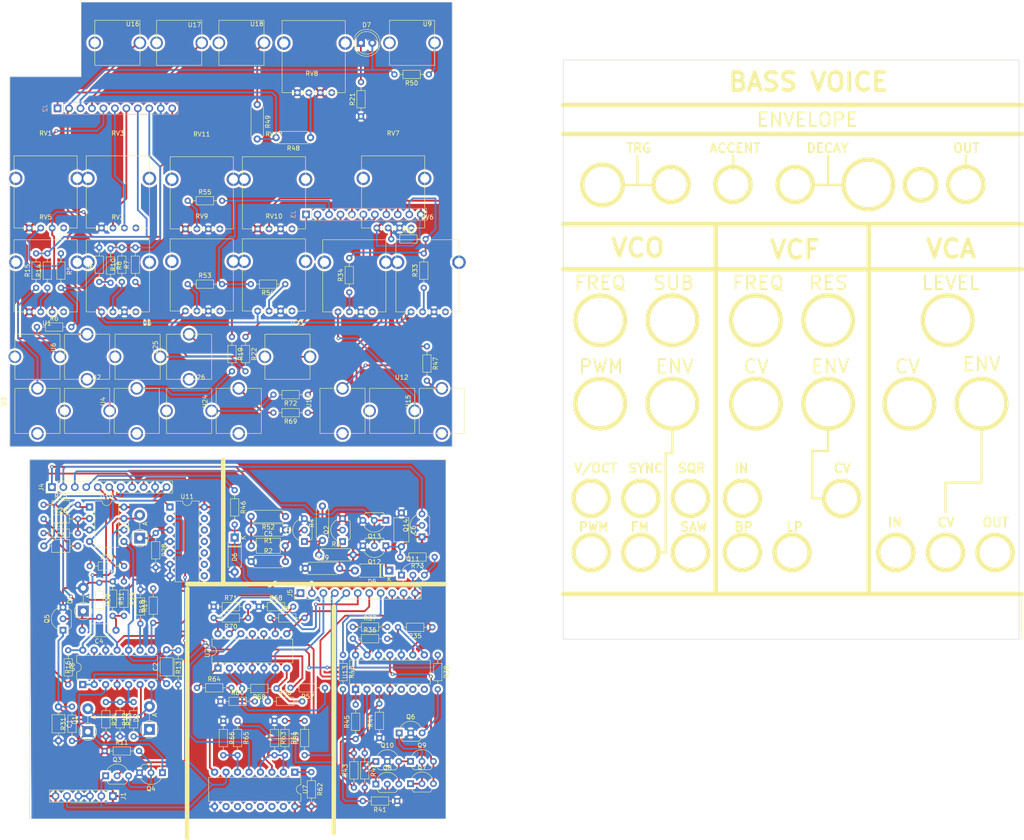
<source format=kicad_pcb>
(kicad_pcb (version 20221018) (generator pcbnew)
  (layers (0 "F.Cu" signal) (31 "B.Cu" signal) (34 "B.Paste" user) (35 "F.Paste" user) (36 "B.SilkS" user "B.Silkscreen") (37 "F.SilkS" user "F.Silkscreen") (38 "B.Mask" user) (39 "F.Mask" user) (44 "Edge.Cuts" user))
  (net 0 "")
  (net 1 "Net-(Q5-C)")
  (net 2 "GND")
  (net 3 "Net-(U8A--)")
  (net 4 "Net-(U10B-+)")
  (net 5 "Net-(C3-Pad2)")
  (net 6 "Net-(C4-Pad1)")
  (net 7 "Net-(D4-K)")
  (net 8 "+12V")
  (net 9 "-12V")
  (net 10 "Net-(Q1-C)")
  (net 11 "Net-(Q1-B)")
  (net 12 "Net-(Q2-B)")
  (net 13 "Net-(Q3-E)")
  (net 14 "Net-(D1-K)")
  (net 15 "Net-(R8-Pad2)")
  (net 16 "Net-(D2-K)")
  (net 17 "Net-(U8B-+)")
  (net 18 "Net-(R14-Pad1)")
  (net 19 "Net-(R15-Pad1)")
  (net 20 "Net-(U10B--)")
  (net 21 "Net-(U8C--)")
  (net 22 "Net-(R19-Pad2)")
  (net 23 "Net-(D3-A)")
  (net 24 "Net-(R20-Pad1)")
  (net 25 "Net-(R22-Pad2)")
  (net 26 "Net-(U10A--)")
  (net 27 "Net-(D3-K)")
  (net 28 "ENV")
  (net 29 "Net-(D1-A)")
  (net 30 "Net-(U11A-D)")
  (net 37 "Net-(C5-Pad1)")
  (net 38 "Net-(D5-K)")
  (net 39 "Net-(D5-A)")
  (net 40 "Net-(D6-K)")
  (net 41 "Net-(Q6-C)")
  (net 42 "Net-(Q6-E)")
  (net 43 "Net-(Q8-C)")
  (net 44 "Net-(Q8-B)")
  (net 45 "Net-(Q10-E)")
  (net 46 "Net-(Q10-C)")
  (net 47 "Net-(R32-Pad1)")
  (net 48 "Net-(R33-Pad1)")
  (net 49 "Net-(R34-Pad1)")
  (net 50 "Net-(R35-Pad2)")
  (net 51 "Net-(U13D--)")
  (net 52 "Net-(R37-Pad1)")
  (net 53 "Net-(R47-Pad2)")
  (net 54 "Net-(R48-Pad1)")
  (net 55 "Net-(R49-Pad1)")
  (net 56 "Net-(RV4-Pad1)")
  (net 60 "Net-(R50-Pad1)")
  (net 61 "Net-(R53-Pad1)")
  (net 62 "Net-(R54-Pad1)")
  (net 63 "Net-(R55-Pad1)")
  (net 64 "Net-(R56-Pad2)")
  (net 65 "Net-(U22A--)")
  (net 66 "Net-(R57-Pad2)")
  (net 67 "Net-(R59-Pad2)")
  (net 68 "Net-(R60-Pad2)")
  (net 69 "Net-(R61-Pad2)")
  (net 70 "Net-(R62-Pad1)")
  (net 71 "Net-(R65-Pad2)")
  (net 72 "Net-(U22C--)")
  (net 73 "Net-(R69-Pad2)")
  (net 74 "Net-(U22D--)")
  (net 75 "Net-(R72-Pad2)")
  (net 76 "Net-(RV9-Pad1)")
  (net 77 "Net-(U22C-+)")
  (net 78 "Net-(U22D-+)")
  (net 85 "Net-(R10-Pad1)")
  (net 86 "Net-(R5-Pad1)")
  (net 87 "Net-(R6-Pad1)")
  (net 88 "Net-(R7-Pad1)")
  (net 89 "SUB")
  (net 90 "TRG")
  (net 91 "DECAY")
  (net 92 "ACC")
  (net 93 "SYNC")
  (net 94 "DFF")
  (net 95 "PWMCV")
  (net 96 "VCOCV")
  (net 97 "SAW")
  (net 98 "SQR")
  (net 99 "CVFIN")
  (net 100 "VCFCV")
  (net 101 "RES")
  (net 102 "LP")
  (net 103 "BP")
  (net 104 "VCAIN")
  (net 105 "VCACV")
  (net 106 "VCAOUT")
  (net 107 "Net-(Q11-E)")
  (net 108 "Net-(D7-K)")
  (footprint "Resistor_THT:R_Axial_DIN0204_L3.6mm_D1.6mm_P7.62mm_Horizontal" (layer "F.Cu") (at 37.69 181)
    (fp_text reference "R11")
    (fp_text value "1M")
  )
  (footprint "Resistor_THT:R_Axial_DIN0204_L3.6mm_D1.6mm_P7.62mm_Horizontal" (layer "F.Cu") (at 24.15 129.55)
    (fp_text reference "R26")
    (fp_text value "100k")
  )
  (footprint "Library:3mm5 Mono Aux" (layer "F.Cu") (at 105.8 24)
    (fp_text reference "U9")
    (fp_text value "Aux_flush")
  )
  (footprint "Library:3mm5 Mono Aux" (layer "F.Cu") (at 22.8 93.6)
    (fp_text reference "U1")
    (fp_text value "Aux_flush")
  )
  (footprint "Resistor_THT:R_Axial_DIN0204_L3.6mm_D1.6mm_P7.62mm_Horizontal" (layer "F.Cu") (at 29.61 166.28 90)
    (fp_text reference "R16")
    (fp_text value "R")
  )
  (footprint "clipboard:d6b1d540-2acd-48cb-859c-b6cadd5b8444" (layer "F.Cu") (at 201 125)
    (fp_text reference "")
    (fp_text value "")
  )
  (footprint "Resistor_THT:R_Axial_DIN0204_L3.6mm_D1.6mm_P7.62mm_Horizontal" (layer "F.Cu") (at 22.69 87)
    (fp_text reference "R6")
    (fp_text value "100k")
  )
  (footprint "Resistor_THT:R_Axial_DIN0204_L3.6mm_D1.6mm_P7.62mm_Horizontal" (layer "F.Cu") (at 28 70.69 -90)
    (fp_text reference "R5")
    (fp_text value "100k")
  )
  (footprint "Resistor_THT:R_Axial_DIN0204_L3.6mm_D1.6mm_P7.62mm_Horizontal" (layer "F.Cu") (at 63.985 174.32 -90)
    (fp_text reference "R66")
    (fp_text value "200R")
  )
  (footprint "clipboard:d6b1d540-2acd-48cb-859c-b6cadd5b8444" (layer "F.Cu") (at 148 55.5)
    (fp_text reference "")
    (fp_text value "")
  )
  (footprint "Resistor_THT:R_Axial_DIN0204_L3.6mm_D1.6mm_P7.62mm_Horizontal" (layer "F.Cu") (at 30.46 178.78 90)
    (fp_text reference "R31")
    (fp_text value "MAX 1k (optional)")
  )
  (footprint "Resistor_THT:R_Axial_DIN0204_L3.6mm_D1.6mm_P7.62mm_Horizontal" (layer "F.Cu") (at 39.46 143.42 -90)
    (fp_text reference "R51")
    (fp_text value "10k")
  )
  (footprint "clipboard:d6b1d540-2acd-48cb-859c-b6cadd5b8444" (layer "F.Cu") (at 235 137)
    (fp_text reference "")
    (fp_text value "")
  )
  (footprint "Package_TO_SOT_THT:TO-92_Inline_Wide" (layer "F.Cu") (at 97.78 188.34)
    (fp_text reference "Q8")
    (fp_text value "BC547")
  )
  (footprint "clipboard:8a7c8b36-f368-44f6-9871-751257f891b6" (layer "F.Cu") (at 182 104)
    (fp_text reference "")
    (fp_text value "")
  )
  (footprint "Library:3mm5 Mono Aux" (layer "F.Cu") (at 56.4 105.6)
    (fp_text reference "U26")
    (fp_text value "Aux_flush")
  )
  (footprint "Package_DIP:DIP-8_W7.62mm" (layer "F.Cu") (at 34.34 126.93)
    (fp_text reference "U10")
    (fp_text value "TL072")
  )
  (footprint "Resistor_THT:R_Axial_DIN0204_L3.6mm_D1.6mm_P7.62mm_Horizontal" (layer "F.Cu") (at 95.32 181.48 -90)
    (fp_text reference "R42")
    (fp_text value "50k")
  )
  (footprint "clipboard:d6b1d540-2acd-48cb-859c-b6cadd5b8444" (layer "F.Cu") (at 190.7 55.4)
    (fp_text reference "")
    (fp_text value "")
  )
  (footprint "Resistor_THT:R_Axial_DIN0204_L3.6mm_D1.6mm_P7.62mm_Horizontal" (layer "F.Cu") (at 102.52 192.1 180)
    (fp_text reference "R41")
    (fp_text value "200R")
  )
  (footprint "Library:AlpsPot" (layer "F.Cu") (at 97.99 65.049)
    (fp_text reference "RV7")
    (fp_text value "R_Potentiometer")
  )
  (footprint "Resistor_THT:R_Axial_DIN0207_L6.3mm_D2.5mm_P7.62mm_Horizontal" (layer "F.Cu") (at 70.14 139.01)
    (fp_text reference "R2")
    (fp_text value "100k")
  )
  (footprint "Resistor_THT:R_Axial_DIN0204_L3.6mm_D1.6mm_P7.62mm_Horizontal" (layer "F.Cu") (at 68.9 89.19 -90)
    (fp_text reference "R22")
    (fp_text value "R")
  )
  (footprint "Resistor_THT:R_Axial_DIN0207_L6.3mm_D2.5mm_P7.62mm_Horizontal" (layer "F.Cu") (at 71.5 37.69 -90)
    (fp_text reference "R49")
    (fp_text value "100k")
  )
  (footprint "Resistor_THT:R_Axial_DIN0204_L3.6mm_D1.6mm_P7.62mm_Horizontal" (layer "F.Cu") (at 69.47 151.5 180)
    (fp_text reference "R70")
    (fp_text value "10k")
  )
  (footprint "Resistor_THT:R_Axial_DIN0204_L3.6mm_D1.6mm_P7.62mm_Horizontal" (layer "F.Cu") (at 110.81 138 180)
    (fp_text reference "R73")
    (fp_text value "1k")
  )
  (footprint "Library:AlpsPot" (layer "F.Cu") (at 71.59 65.249)
    (fp_text reference "RV12")
    (fp_text value "R_Potentiometer")
  )
  (footprint "Library:3mm5 Mono Aux" (layer "F.Cu") (at 68 24)
    (fp_text reference "U18")
    (fp_text value "Aux_flush")
  )
  (footprint "Resistor_THT:R_Axial_DIN0207_L6.3mm_D2.5mm_P7.62mm_Horizontal" (layer "F.Cu") (at 85.95 134.32 90)
    (fp_text reference "R4")
    (fp_text value "10k")
  )
  (footprint "Library:3mm5 Mono Aux" (layer "F.Cu") (at 33.8 105.6)
    (fp_text reference "U2")
    (fp_text value "Aux_flush")
  )
  (footprint "Connector_PinHeader_2.54mm:PinHeader_1x11_P2.54mm_Vertical" (layer "F.Cu") (at 81.08 146 90)
    (fp_text reference "J5")
    (fp_text value "Conn_01x11_Pin")
  )
  (footprint "Capacitor_THT:C_Axial_L3.8mm_D2.6mm_P7.50mm_Horizontal" (layer "F.Cu") (at 24.21 135.55)
    (fp_text reference "C3")
    (fp_text value "C")
  )
  (footprint "Library:3mm5 Mono Aux" (layer "F.Cu") (at 40.5 24)
    (fp_text reference "U16")
    (fp_text value "Aux_flush")
  )
  (footprint "clipboard:8a7c8b36-f368-44f6-9871-751257f891b6" (layer "F.Cu") (at 206.9 55.4)
    (fp_text reference "")
    (fp_text value "")
  )
  (footprint "Capacitor_THT:C_Axial_L3.8mm_D2.6mm_P7.50mm_Horizontal" (layer "F.Cu") (at 51.41 166.075 90)
    (fp_text reference "C2")
    (fp_text value "C")
  )
  (footprint "Package_DIP:DIP-14_W7.62mm" (layer "F.Cu") (at 32.835 166.27 90)
    (fp_text reference "U8")
    (fp_text value "TL074")
  )
  (footprint "Resistor_THT:R_Axial_DIN0204_L3.6mm_D1.6mm_P7.62mm_Horizontal" (layer "F.Cu") (at 82 181.94 90)
    (fp_text reference "R59")
    (fp_text value "10k	")
  )
  (footprint "Resistor_THT:R_Axial_DIN0204_L3.6mm_D1.6mm_P7.62mm_Horizontal" (layer "F.Cu") (at 82.71 106 180)
    (fp_text reference "R69")
    (fp_text value "1k")
  )
  (footprint "Resistor_THT:R_Axial_DIN0204_L3.6mm_D1.6mm_P7.62mm_Horizontal" (layer "F.Cu") (at 92.92 189.11 90)
    (fp_text reference "R43")
    (fp_text value "50k")
  )
  (footprint "Library:AlpsPot" (layer "F.Cu") (at 105.59 83.649)
    (fp_text reference "RV6")
    (fp_text value "R_Potentiometer")
  )
  (footprint "Library:3mm5 Mono Aux" (layer "F.Cu") (at 54.2 24)
    (fp_text reference "U17")
    (fp_text value "Aux_flush")
  )
  (footprint "clipboard:8a7c8b36-f368-44f6-9871-751257f891b6" (layer "F.Cu") (at 182 85.5)
    (fp_text reference "")
    (fp_text value "")
  )
  (footprint "Resistor_THT:R_Axial_DIN0204_L3.6mm_D1.6mm_P7.62mm_Horizontal" (layer "F.Cu") (at 49 132.69 -90)
    (fp_text reference "R28")
    (fp_text value "100k")
  )
  (footprint "Package_DIP:DIP-14_W7.62mm" (layer "F.Cu") (at 52.16 126.925)
    (fp_text reference "U11")
    (fp_text value "4013")
  )
  (footprint "Resistor_THT:R_Axial_DIN0204_L3.6mm_D1.6mm_P7.62mm_Horizontal" (layer "F.Cu") (at 61.85 149)
    (fp_text reference "R71")
    (fp_text value "200R")
  )
  (footprint "Resistor_THT:R_Axial_DIN0204_L3.6mm_D1.6mm_P7.62mm_Horizontal" (layer "F.Cu") (at 37.96 170.16 -90)
    (fp_text reference "R24")
    (fp_text value "100k")
  )
  (footprint "Package_TO_SOT_THT:TO-92L_Inline_Wide" (layer "F.Cu") (at 81.95 134.55 90)
    (fp_text reference "Q1")
    (fp_text value "BC547")
  )
  (footprint "Connector_PinHeader_2.54mm:PinHeader_1x11_P2.54mm_Vertical" (layer "F.Cu") (at 26 122.5 90)
    (fp_text reference "J4")
    (fp_text value "Conn_01x11_Pin")
  )
  (footprint "clipboard:8a7c8b36-f368-44f6-9871-751257f891b6" (layer "F.Cu") (at 147.5 85.5)
    (fp_text reference "")
    (fp_text value "")
  )
  (footprint "Connector_PinHeader_2.54mm:PinHeader_1x06_P2.54mm_Vertical" (layer "F.Cu") (at 39.5 191 -90)
    (fp_text reference "J1")
    (fp_text value "Conn_01x06_Pin")
  )
  (footprint "Library:3mm5 Mono Aux" (layer "F.Cu") (at 112.4 105.6 90)
    (fp_text reference "U15")
    (fp_text value "Aux_flush")
  )
  (footprint "Resistor_THT:R_Axial_DIN0204_L3.6mm_D1.6mm_P7.62mm_Horizontal" (layer "F.Cu") (at 25 78.31 90)
    (fp_text reference "R14")
    (fp_text value "R")
  )
  (footprint "Resistor_THT:R_Axial_DIN0204_L3.6mm_D1.6mm_P7.62mm_Horizontal" (layer "F.Cu") (at 92.69 156.1)
    (fp_text reference "R36")
    (fp_text value "1k")
  )
  (footprint "Library:3mm5 Mono Aux" (layer "F.Cu") (at 56.4 93.6 90)
    (fp_text reference "U25")
    (fp_text value "Aux_flush")
  )
  (footprint "Resistor_THT:R_Axial_DIN0204_L3.6mm_D1.6mm_P7.62mm_Horizontal" (layer "F.Cu") (at 41.96 143.42 -90)
    (fp_text reference "R29")
    (fp_text value "10k")
  )
  (footprint "Resistor_THT:R_Axial_DIN0204_L3.6mm_D1.6mm_P7.62mm_Horizontal" (layer "F.Cu") (at 73.85 170)
    (fp_text reference "R56")
    (fp_text value "100k")
  )
  (footprint "MountingHole:MountingHole_3.2mm_M3" (layer "F.Cu") (at 150.1 31.2)
    (fp_text reference "REF**" hide)
    (fp_text value "MountingHole_3.2mm_M3" hide)
  )
  (footprint "Resistor_THT:R_Axial_DIN0207_L6.3mm_D2.5mm_P7.62mm_Horizontal" (layer "F.Cu") (at 85.14 137.51)
    (fp_text reference "R3")
    (fp_text value "100k")
  )
  (footprint "Library:3mm5 Mono Aux" (layer "F.Cu") (at 101.4 105.6)
    (fp_text reference "U12")
    (fp_text value "Aux_flush")
  )
  (footprint "clipboard:d6b1d540-2acd-48cb-859c-b6cadd5b8444" (layer "F.Cu") (at 145.5 125)
    (fp_text reference "")
    (fp_text value "")
  )
  (footprint "Package_TO_SOT_THT:TO-92_Inline_Wide" (layer "F.Cu") (at 97.78 183.32)
    (fp_text reference "Q10")
    (fp_text value "BC547")
  )
  (footprint "Resistor_THT:R_Axial_DIN0207_L6.3mm_D2.5mm_P7.62mm_Horizontal" (layer "F.Cu") (at 82.14 140.51)
    (fp_text reference "R39")
    (fp_text value "100k")
  )
  (footprint "clipboard:d6b1d540-2acd-48cb-859c-b6cadd5b8444" (layer "F.Cu") (at 190 137)
    (fp_text reference "")
    (fp_text value "")
  )
  (footprint "clipboard:d6b1d540-2acd-48cb-859c-b6cadd5b8444" (layer "F.Cu") (at 179 137)
    (fp_text reference "")
    (fp_text value "")
  )
  (footprint "Resistor_THT:R_Axial_DIN0204_L3.6mm_D1.6mm_P7.62mm_Horizontal" (layer "F.Cu") (at 56.09 77.5)
    (fp_text reference "R53")
    (fp_text value "100k")
  )
  (footprint "Resistor_THT:R_Axial_DIN0204_L3.6mm_D1.6mm_P7.62mm_Horizontal" (layer "F.Cu") (at 75.77 167.13 180)
    (fp_text reference "R58")
    (fp_text value "100k")
  )
  (footprint "Resistor_THT:R_Axial_DIN0204_L3.6mm_D1.6mm_P7.62mm_Horizontal" (layer "F.Cu") (at 77.71 77.5 180)
    (fp_text reference "R54")
    (fp_text value "100k")
  )
  (footprint "Resistor_THT:R_Axial_DIN0204_L3.6mm_D1.6mm_P7.62mm_Horizontal" (layer "F.Cu") (at 98.555 178.14 90)
    (fp_text reference "R44")
    (fp_text value "200k")
  )
  (footprint "clipboard:d6b1d540-2acd-48cb-859c-b6cadd5b8444" (layer "F.Cu") (at 167.5 125)
    (fp_text reference "")
    (fp_text value "")
  )
  (footprint "Capacitor_THT:C_Axial_L5.1mm_D3.1mm_P7.50mm_Horizontal" (layer "F.Cu") (at 103.44 128.21 -90)
    (fp_text reference "C6")
    (fp_text value "5n")
  )
  (footprint "Resistor_THT:R_Axial_DIN0204_L3.6mm_D1.6mm_P7.62mm_Horizontal" (layer "F.Cu") (at 56.09 59)
    (fp_text reference "R55")
    (fp_text value "100k")
  )
  (footprint "Package_TO_SOT_THT:TO-92_Inline_Wide" (layer "F.Cu") (at 105.46 183.3)
    (fp_text reference "Q9")
    (fp_text value "BC547")
  )
  (footprint "Resistor_THT:R_Axial_DIN0204_L3.6mm_D1.6mm_P7.62mm_Horizontal" (layer "F.Cu") (at 41.11 170.16 -90)
    (fp_text reference "R23")
    (fp_text value "100k")
  )
  (footprint "Library:3mm5 Mono Aux" (layer "F.Cu") (at 45 93.6)
    (fp_text reference "U5")
    (fp_text value "Aux_flush")
  )
  (footprint "Resistor_THT:R_Axial_DIN0204_L3.6mm_D1.6mm_P7.62mm_Horizontal" (layer "F.Cu") (at 75.335 174.32 -90)
    (fp_text reference "R63")
    (fp_text value "200R")
  )
  (footprint "Resistor_THT:R_Axial_DIN0204_L3.6mm_D1.6mm_P7.62mm_Horizontal" (layer "F.Cu") (at 71.85 149)
    (fp_text reference "R68")
    (fp_text value "200R")
  )
  (footprint "Resistor_THT:R_Axial_DIN0204_L3.6mm_D1.6mm_P7.62mm_Horizontal" (layer "F.Cu") (at 45.61 152.78 90)
    (fp_text reference "R18")
    (fp_text value "R")
  )
  (footprint "Resistor_THT:R_Axial_DIN0204_L3.6mm_D1.6mm_P7.62mm_Horizontal" (layer "F.Cu") (at 111.5 159.69 -90)
    (fp_text reference "R38")
    (fp_text value "100k")
  )
  (footprint "Package_DIP:DIP-14_W7.62mm" (layer "F.Cu") (at 93.28 167.33 90)
    (fp_text reference "U13")
    (fp_text value "TL074")
  )
  (footprint "Library:AlpsPot" (layer "F.Cu") (at 20.99 65.049)
    (fp_text reference "RV1")
    (fp_text value "R_Potentiometer")
  )
  (footprint "Diode_THT:D_DO-15_P5.08mm_Vertical_AnodeUp" (layer "F.Cu") (at 45.46 133.79 90)
    (fp_text reference "D3")
    (fp_text value "D")
  )
  (footprint "MountingHole:MountingHole_3.2mm_M3" (layer "F.Cu") (at 226.3 153.7 180)
    (fp_text reference "REF**" hide)
    (fp_text value "MountingHole_3.2mm_M3" hide)
  )
  (footprint "Package_TO_SOT_THT:TO-92_Inline_Wide" (layer "F.Cu") (at 102.96 177)
    (fp_text reference "Q6")
    (fp_text value "BC557")
  )
  (footprint "Resistor_THT:R_Axial_DIN0204_L3.6mm_D1.6mm_P7.62mm_Horizontal" (layer "F.Cu") (at 36.5 77 90)
    (fp_text reference "R9")
    (fp_text value "1k TRIMM")
  )
  (footprint "Diode_THT:D_DO-15_P5.08mm_Vertical_AnodeUp" (layer "F.Cu") (at 33.96 176.71 90)
    (fp_text reference "D1")
    (fp_text value "D")
  )
  (footprint "Diode_THT:D_A-405_P7.62mm_Horizontal" (layer "F.Cu") (at 66.5 133.69 -90)
    (fp_text reference "D6")
    (fp_text value "D")
  )
  (footprint "Library:3mm5 Mono Aux" (layer "F.Cu") (at 22.8 105.6 90)
    (fp_text reference "U3")
    (fp_text value "Aux_flush")
  )
  (footprint "Resistor_THT:R_Axial_DIN0207_L6.3mm_D2.5mm_P7.62mm_Horizontal" (layer "F.Cu") (at 77.76 129.01 180)
    (fp_text reference "R52")
    (fp_text value "10k")
  )
  (footprint "Library:3mm5 Mono Aux" (layer "F.Cu") (at 33.8 93.6 90)
    (fp_text reference "U6")
    (fp_text value "Aux_flush")
  )
  (footprint "clipboard:d6b1d540-2acd-48cb-859c-b6cadd5b8444" (layer "F.Cu") (at 167.5 137)
    (fp_text reference "")
    (fp_text value "")
  )
  (footprint "Resistor_THT:R_Axial_DIN0204_L3.6mm_D1.6mm_P7.62mm_Horizontal" (layer "F.Cu") (at 39 69.58 -90)
    (fp_text reference "R8")
    (fp_text value "1k")
  )
  (footprint "Resistor_THT:R_Axial_DIN0204_L3.6mm_D1.6mm_P7.62mm_Horizontal" (layer "F.Cu") (at 58.15 167)
    (fp_text reference "R64")
    (fp_text value "10k")
  )
  (footprint "Resistor_THT:R_Axial_DIN0204_L3.6mm_D1.6mm_P7.62mm_Horizontal" (layer "F.Cu") (at 86.5 167 180)
    (fp_text reference "R57")
    (fp_text value "100k")
  )
  (footprint "Library:3mm5 Mono Aux" (layer "F.Cu") (at 90.4 105.6 90)
    (fp_text reference "U14")
    (fp_text value "Aux_flush")
  )
  (footprint "Resistor_THT:R_Axial_DIN0204_L3.6mm_D1.6mm_P7.62mm_Horizontal" (layer "F.Cu") (at 93.305 178.34 90)
    (fp_text reference "R45")
    (fp_text value "200k")
  )
  (footprint "Resistor_THT:R_Axial_DIN0207_L6.3mm_D2.5mm_P7.62mm_Horizontal" (layer "F.Cu") (at 83.31 45 180)
    (fp_text reference "R48")
    (fp_text value "100k")
  )
  (footprint "Resistor_THT:R_Axial_DIN0204_L3.6mm_D1.6mm_P7.62mm_Horizontal" (layer "F.Cu") (at 65.9 89.19 -90)
    (fp_text reference "R19")
    (fp_text value "R")
  )
  (footprint "Resistor_THT:R_Axial_DIN0204_L3.6mm_D1.6mm_P7.62mm_Horizontal" (layer "F.Cu") (at 44.11 177.78 90)
    (fp_text reference "R12")
    (fp_text value "10k")
  )
  (footprint "Resistor_THT:R_Axial_DIN0204_L3.6mm_D1.6mm_P7.62mm_Horizontal" (layer "F.Cu") (at 110.31 153.57 180)
    (fp_text reference "R35")
    (fp_text value "100k")
  )
  (footprint "Package_TO_SOT_THT:TO-92_Inline_Wide" (layer "F.Cu") (at 105.46 188.26)
    (fp_text reference "Q7")
    (fp_text value "BC547")
  )
  (footprint "Diode_THT:D_DO-15_P5.08mm_Vertical_AnodeUp" (layer "F.Cu") (at 32.96 149.97 90)
    (fp_text reference "D4")
    (fp_text value "D")
  )
  (footprint "Resistor_THT:R_Axial_DIN0204_L3.6mm_D1.6mm_P7.62mm_Horizontal" (layer "F.Cu") (at 94.5 40.31 90)
    (fp_text reference "R21")
    (fp_text value "2k2")
  )
  (footprint "Library:AlpsPot" (layer "F.Cu") (at 80.39 35.049)
    (fp_text reference "RV8")
    (fp_text value "R_Potentiometer")
  )
  (footprint "clipboard:d6b1d540-2acd-48cb-859c-b6cadd5b8444" (layer "F.Cu") (at 156.5 137)
    (fp_text reference "")
    (fp_text value "")
  )
  (footprint "Library:3mm5 Mono Aux" (layer "F.Cu") (at 78.2 93.6)
    (fp_text reference "U23")
    (fp_text value "Aux_flush")
  )
  (footprint "Package_TO_SOT_THT:TO-92L_Inline_Wide" (layer "F.Cu") (at 90.4 134.56 90)
    (fp_text reference "Q2")
    (fp_text value "BC557")
  )
  (footprint "LED_THT:LED_D5.0mm" (layer "F.Cu") (at 94.46 24)
    (fp_text reference "D7")
    (fp_text value "LED")
  )
  (footprint "Resistor_THT:R_Axial_DIN0204_L3.6mm_D1.6mm_P7.62mm_Horizontal" (layer "F.Cu") (at 63.35 170)
    (fp_text reference "R60")
    (fp_text value "200R")
  )
  (footprint "Resistor_THT:R_Axial_DIN0204_L3.6mm_D1.6mm_P7.62mm_Horizontal" (layer "F.Cu") (at 82.71 102 180)
    (fp_text reference "R72")
    (fp_text value "1k")
  )
  (footprint "Package_TO_SOT_THT:TO-92_Inline_Wide" (layer "F.Cu") (at 50.5 185.82 180)
    (fp_text reference "Q4")
    (fp_text value "BC547")
  )
  (footprint "Resistor_THT:R_Axial_DIN0204_L3.6mm_D1.6mm_P7.62mm_Horizontal" (layer "F.Cu") (at 77.635 174.32 -90)
    (fp_text reference "R61")
    (fp_text value "10k")
  )
  (footprint "Library:AlpsPot" (layer "F.Cu") (at 36.99 83.649)
    (fp_text reference "RV2")
    (fp_text value "R_Potentiometer")
  )
  (footprint "clipboard:8a7c8b36-f368-44f6-9871-751257f891b6" (layer "F.Cu") (at 216 104)
    (fp_text reference "")
    (fp_text value "")
  )
  (footprint "clipboard:d6b1d540-2acd-48cb-859c-b6cadd5b8444" (layer "F.Cu") (at 145.5 137)
    (fp_text reference "")
    (fp_text value "")
  )
  (footprint "Library:AlpsPot" (layer "F.Cu") (at 36.99 65.049)
    (fp_text reference "RV3")
    (fp_text value "R_Potentiometer")
  )
  (footprint "Resistor_THT:R_Axial_DIN0204_L3.6mm_D1.6mm_P7.62mm_Horizontal" (layer "F.Cu") (at 24.15 126.4)
    (fp_text reference "R25")
    (fp_text value "100k")
  )
  (footprint "clipboard:8a7c8b36-f368-44f6-9871-751257f891b6" (layer "F.Cu") (at 232 104)
    (fp_text reference "")
    (fp_text value "")
  )
  (footprint "clipboard:d6b1d540-2acd-48cb-859c-b6cadd5b8444" (layer "F.Cu") (at 156.5 125)
    (fp_text reference "")
    (fp_text value "")
  )
  (footprint "Package_DIP:DIP-16_W7.62mm" (layer "F.Cu") (at 79.835 185.7 -90)
    (fp_text reference "U7")
    (fp_text value "~")
  )
  (footprint "Resistor_THT:R_Axial_DIN0204_L3.6mm_D1.6mm_P7.62mm_Horizontal" (layer "F.Cu") (at 44.5 77 90)
    (fp_text reference "R7")
    (fp_text value "100k")
  )
  (footprint "Diode_THT:D_A-405_P7.62mm_Horizontal" (layer "F.Cu") (at 100.76 141.01 180)
    (fp_text reference "D5")
    (fp_text value "D")
  )
  (footprint "Library:3mm5 Mono Aux" (layer "F.Cu") (at 44.8 105.6 90)
    (fp_text reference "U4")
    (fp_text value "Aux_flush")
  )
  (footprint "clipboard:8a7c8b36-f368-44f6-9871-751257f891b6" (layer "F.Cu") (at 198 85.5)
    (fp_text reference "")
    (fp_text value "")
  )
  (footprint "Library:AlpsPot" (layer "F.Cu") (at 89.39 83.649)
    (fp_text reference "RV4")
    (fp_text value "R_Potentiometer")
  )
  (footprint "Resistor_THT:R_Axial_DIN0204_L3.6mm_D1.6mm_P7.62mm_Horizontal" (layer "F.Cu") (at 66.5 123.19 -90)
    (fp_text reference "R46")
    (fp_text value "1k")
  )
  (footprint "MountingHole:MountingHole_3.2mm_M3" (layer "F.Cu") (at 150.1 153.7)
    (fp_text reference "REF**" hide)
    (fp_text value "MountingHole_3.2mm_M3" hide)
  )
  (footprint "clipboard:d6b1d540-2acd-48cb-859c-b6cadd5b8444" (layer "F.Cu") (at 176.9 55.4)
    (fp_text reference "")
    (fp_text value "")
  )
  (footprint "clipboard:d6b1d540-2acd-48cb-859c-b6cadd5b8444" (layer "F.Cu") (at 163.2 55.4)
    (fp_text reference "")
    (fp_text value "")
  )
  (footprint "Resistor_THT:R_Axial_DIN0204_L3.6mm_D1.6mm_P7.62mm_Horizontal" (layer "F.Cu") (at 109.1 91.29 -90)
    (fp_text reference "R47")
    (fp_text value "1k")
  )
  (footprint "Resistor_THT:R_Axial_DIN0204_L3.6mm_D1.6mm_P7.62mm_Horizontal" (layer "F.Cu") (at 74.35 151.5)
    (fp_text reference "R67")
    (fp_text value "10k")
  )
  (footprint "Resistor_THT:R_Axial_DIN0204_L3.6mm_D1.6mm_P7.62mm_Horizontal" (layer "F.Cu") (at 67.135 174.32 -90)
    (fp_text reference "R65")
    (fp_text value "10k")
  )
  (footprint "MountingHole:MountingHole_3.2mm_M3" (layer "F.Cu") (at 226.3 31.2 180)
    (fp_text reference "REF**" hide)
    (fp_text value "MountingHole_3.2mm_M3" hide)
  )
  (footprint "Resistor_THT:R_Axial_DIN0207_L6.3mm_D2.5mm_P7.62mm_Horizontal" (layer "F.Cu") (at 77.76 132.01 180)
    (fp_text reference "R1")
    (fp_text value "100k")
  )
  (footprint "Package_TO_SOT_THT:TO-92L_Inline_Wide" (layer "F.Cu") (at 103.46 142)
    (fp_text reference "Q11")
    (fp_text value "BC557")
  )
  (footprint "Resistor_THT:R_Axial_DIN0204_L3.6mm_D1.6mm_P7.62mm_Horizontal" (layer "F.Cu") (at 41.5 77 90)
    (fp_text reference "R10")
    (fp_text value "100k")
  )
  (footprint "clipboard:d6b1d540-2acd-48cb-859c-b6cadd5b8444" (layer "F.Cu") (at 179 125)
    (fp_text reference "")
    (fp_text value "")
  )
  (footprint "Library:3mm5 Mono Aux" (layer "F.Cu") (at 67.4 105.6 90)
    (fp_text reference "U24")
    (fp_text value "Aux_flush")
  )
  (footprint "Package_TO_SOT_THT:TO-92L_Inline_Wide" (layer "F.Cu") (at 99.99 135.51 180)
    (fp_text reference "Q12")
    (fp_text value "BC547")
  )
  (footprint "Package_TO_SOT_THT:TO-92_Inline_Wide" (layer "F.Cu") (at 28.46 154.23 90)
    (fp_text reference "Q5")
    (fp_text value "BC547")
  )
  (footprint "Resistor_THT:R_Axial_DIN0204_L3.6mm_D1.6mm_P7.62mm_Horizontal" (layer "F.Cu") (at 90.5 159.69 -90)
    (fp_text reference "R40")
    (fp_text value "100k")
  )
  (footprint "Capacitor_THT:C_Axial_L3.8mm_D2.6mm_P7.50mm_Horizontal" (layer "F.Cu") (at 40.21 154.23 180)
    (fp_text reference "C4")
    (fp_text value "C")
  )
  (footprint "Resistor_THT:R_Axial_DIN0204_L3.6mm_D1.6mm_P7.62mm_Horizontal" (layer "F.Cu") (at 54 158.69 -90)
    (fp_text reference "R13")
    (fp_text value "R")
  )
  (footprint "clipboard:d6b1d540-2acd-48cb-859c-b6cadd5b8444" (layer "F.Cu") (at 218.504372 55.382754)
    (fp_text reference "")
    (fp_text value "")
  )
  (footprint "clipboard:8a7c8b36-f368-44f6-9871-751257f891b6" (layer "F.Cu") (at 147.5 104)
    (fp_text reference "")
    (fp_text value "")
  )
  (footprint "Library:AlpsPot" (layer "F.Cu") (at 20.99 83.649)
    (fp_text reference "RV5")
    (fp_text value "R_Potentiometer")
  )
  (footprint "Resistor_THT:R_Axial_DIN0204_L3.6mm_D1.6mm_P7.62mm_Horizontal" (layer "F.Cu") (at 108.4 78.31 90)
    (fp_text reference "R33")
    (fp_text value "100k")
  )
  (footprint "Resistor_THT:R_Axial_DIN0204_L3.6mm_D1.6mm_P7.62mm_Horizontal" (layer "F.Cu") (at 36.5 143.69 -90)
    (fp_text reference "R30")
    (fp_text value "10k")
  )
  (footprint "Resistor_THT:R_Axial_DIN0204_L3.6mm_D1.6mm_P7.62mm_Horizontal" (layer "F.Cu") (at 109.52 31 180)
    (fp_text reference "R50")
    (fp_text value "1k")
  )
  (footprint "Resistor_THT:R_Axial_DIN0204_L3.6mm_D1.6mm_P7.62mm_Horizontal" (layer "F.Cu") (at 83.5 185.69 -90)
    (fp_text reference "R62")
    (fp_text value "47k")
  )
  (footprint "Resistor_THT:R_Axial_DIN0204_L3.6mm_D1.6mm_P7.62mm_Horizontal" (layer "F.Cu") (at 48.46 152.59 90)
    (fp_text reference "R17")
    (fp_text value "R")
  )
  (footprint "Package_TO_SOT_THT:TO-92L_Inline_Wide" (layer "F.Cu") (at 108 133.53 90)
    (fp_text reference "Q14")
    (fp_text value "BC547")
  )
  (footprint "clipboard:8a7c8b36-f368-44f6-9871-751257f891b6" (layer "F.Cu") (at 163.5 104)
    (fp_text reference "")
    (fp_text value "")
  )
  (footprint "clipboard:d6b1d540-2acd-48cb-859c-b6cadd5b8444" (layer "F.Cu") (at 228.5 55.4)
    (fp_text reference "")
    (fp_text value "")
  )
  (footprint "Library:AlpsPot" (layer "F.Cu") (at 71.59 83.449)
    (fp_text reference "RV10")
    (fp_text value "R_Potentiometer")
  )
  (footprint "clipboard:d6b1d540-2acd-48cb-859c-b6cadd5b8444" (layer "F.Cu") (at 224 137)
    (fp_text reference "")
    (fp_text value "")
  )
  (footprint "Resistor_THT:R_Axial_DIN0204_L3.6mm_D1.6mm_P7.62mm_Horizontal" (layer "F.Cu") (at 22.5 78.31 90)
    (fp_text reference "R15")
    (fp_text value "R")
  )
  (footprint "Package_TO_SOT_THT:TO-92_Inline_Wide" (layer "F.Cu") (at 37.92 186.5)
    (fp_text reference "Q3")
    (fp_text value "BC557")
  )
  (footprint "Capacitor_THT:C_Axial_L5.1mm_D3.1mm_P7.50mm_Horizontal" (layer "F.Cu") (at 70.2 135.51)
    (fp_text reference "C5")
    (fp_text value "5n")
  )
  (footprint "clipboard:8a7c8b36-f368-44f6-9871-751257f891b6" (layer "F.Cu") (at 163.5 85.5)
    (fp_text reference "")
    (fp_text value "")
  )
  (footprint "Resistor_THT:R_Axial_DIN0204_L3.6mm_D1.6mm_P7.62mm_Horizontal" (layer "F.Cu") (at 101.19 67.5)
    (fp_text reference "R32")
    (fp_text value "100k")
  )
  (footprint "Capacitor_THT:C_Axial_L3.8mm_D2.6mm_P7.50mm_Horizontal" (layer "F.Cu") (at 27.46 171.22 -90)
    (fp_text reference "C1")
    (fp_text value "C")
  )
  (footprint "Resistor_THT:R_Axial_DIN0204_L3.6mm_D1.6mm_P7.62mm_Horizontal" (layer "F.Cu") (at 24.15 132.7)
    (fp_text reference "R27")
    (fp_text value "200k")
  )
  (footprint "Resistor_THT:R_Axial_DIN0204_L3.6mm_D1.6mm_P7.62mm_Horizontal" (layer "F.Cu") (at 34.38 140)
    (fp_text reference "R20")
    (fp_text value "0R")
  )
  (footprint "Diode_THT:D_DO-15_P5.08mm_Vertical_AnodeUp" (layer "F.Cu") (at 47.61 176.21 90)
    (fp_text reference "D2")
    (fp_text value "D")
  )
  (footprint "clipboard:8a7c8b36-f368-44f6-9871-751257f891b6" (layer "F.Cu") (at 198 104)
    (fp_text reference "")
    (fp_text value "")
  )
  (footprint "Library:AlpsPot" (layer "F.Cu") (at 55.59 65.249)
    (fp_text reference "RV11")
    (fp_text value "R_Potentiometer")
  )
  (footprint "clipboard:8a7c8b36-f368-44f6-9871-751257f891b6" (layer "F.Cu") (at 224.5 85.5)
    (fp_text reference "")
    (fp_text value "")
  )
  (footprint "Package_DIP:DIP-14_W7.62mm" (layer "F.Cu") (at 62.8 162.63 90)
    (fp_text reference "U22")
    (fp_text value "TL074")
  )
  (footprint "Library:AlpsPot" (layer "F.Cu") (at 55.59 83.449)
    (fp_text reference "RV9")
    (fp_text value "R_Potentiometer")
  )
  (footprint "Package_TO_SOT_THT:TO-92L_Inline_Wide" (layer "F.Cu") (at 99.99 129.86 180)
    (fp_text reference "Q13")
    (fp_text value "BC547")
  )
  (footprint "clipboard:d6b1d540-2acd-48cb-859c-b6cadd5b8444" (layer "F.Cu") (at 213 137)
    (fp_text reference "")
    (fp_text value "")
  )
  (footprint "Resistor_THT:R_Axial_DIN0204_L3.6mm_D1.6mm_P7.62mm_Horizontal" (layer "F.Cu") (at 92.69 153.5)
    (fp_text reference "R37")
    (fp_text value "1k")
  )
  (footprint "Resistor_THT:R_Axial_DIN0204_L3.6mm_D1.6mm_P7.62mm_Horizontal" (layer "F.Cu") (at 91.9 79.31 90)
    (fp_text reference "R34")
    (fp_text value "100k")
  )
  (footprint "Connector_PinSocket_2.54mm:PinSocket_1x11_P2.54mm_Vertical" (layer "B.Cu") (at 27.26 38.525 -90)
    (fp_text reference "J2")
    (fp_text value "Conn_01x11_Pin")
  )
  (footprint "Connector_PinSocket_2.54mm:PinSocket_1x11_P2.54mm_Vertical" (layer "B.Cu") (at 82.325 62.05 -90)
    (fp_text reference "J3")
    (fp_text value "Conn_01x11_Pin")
  )
  (gr_circle (center 232 104) (end 237.5 104) (stroke (width 1)) (fill none) (layer "F.SilkS"))
  (gr_circle (center 145.5 137) (end 149.4 136.9) (stroke (width 1)) (fill none) (layer "F.SilkS"))
  (gr_circle (center 224.5 85.5) (end 230 85.5) (stroke (width 1)) (fill none) (layer "F.SilkS"))
  (gr_circle (center 190 137) (end 193.9 136.9) (stroke (width 1)) (fill none) (layer "F.SilkS"))
  (gr_line (start 155.75 49) (end 155.75 55.5) (stroke (width 0.5)) (layer "F.SilkS"))
  (gr_circle (center 224 137) (end 227.9 136.9) (stroke (width 1)) (fill none) (layer "F.SilkS"))
  (gr_circle (center 198 85.5) (end 203.5 85.5) (stroke (width 1)) (fill none) (layer "F.SilkS"))
  (gr_line (start 198 49) (end 198 55.5) (stroke (width 0.5)) (layer "F.SilkS"))
  (gr_line (start 163.5 109.5) (end 163.5 115) (stroke (width 0.5)) (layer "F.SilkS"))
  (gr_line (start 207 64.2) (end 207 146.2) (stroke (width 1)) (layer "F.SilkS"))
  (gr_line (start 162 115) (end 162 137) (stroke (width 0.5)) (layer "F.SilkS"))
  (gr_circle (center 201 125) (end 204.9 124.9) (stroke (width 1)) (fill none) (layer "F.SilkS"))
  (gr_circle (center 213 137) (end 216.9 136.9) (stroke (width 1)) (fill none) (layer "F.SilkS"))
  (gr_line (start 228.5 48.998719) (end 228.5 51.498719) (stroke (width 0.5)) (layer "F.SilkS"))
  (gr_line (start 194.5 114.5) (end 194.5 125) (stroke (width 0.5)) (layer "F.SilkS"))
  (gr_line (start 160.401281 137) (end 162 137) (stroke (width 0.5)) (layer "F.SilkS"))
  (gr_line (start 240.9 146.2) (end 139.3 146.2) (stroke (width 1)) (layer "F.SilkS"))
  (gr_circle (center 147.5 85.5) (end 153 85.5) (stroke (width 1)) (fill none) (layer "F.SilkS"))
  (gr_line (start 197.098719 125) (end 194.5 125) (stroke (width 0.5)) (layer "F.SilkS"))
  (gr_line (start 173.2 64.2) (end 207 64.2) (stroke (width 0.15)) (layer "F.SilkS"))
  (gr_circle (center 167.5 125) (end 171.4 124.9) (stroke (width 1)) (fill none) (layer "F.SilkS"))
  (gr_line (start 139.3 37.8) (end 240.9 37.8) (stroke (width 1)) (layer "F.SilkS"))
  (gr_circle (center 167.5 137) (end 171.4 136.9) (stroke (width 1)) (fill none) (layer "F.SilkS"))
  (gr_line (start 232 110) (end 232 121.5) (stroke (width 0.5)) (layer "F.SilkS"))
  (gr_line (start 63.96 144) (end 63.96 116.5) (stroke (width 1)) (layer "F.SilkS"))
  (gr_circle (center 190.7 55.4) (end 194.6 55.3) (stroke (width 1)) (fill none) (layer "F.SilkS"))
  (gr_circle (center 216 104) (end 221.5 104) (stroke (width 1)) (fill none) (layer "F.SilkS"))
  (gr_circle (center 148 55.5) (end 152.5 55.5) (stroke (width 1)) (fill none) (layer "F.SilkS"))
  (gr_circle (center 182 85.5) (end 187.5 85.5) (stroke (width 1)) (fill none) (layer "F.SilkS"))
  (gr_line (start 240.9 156.2) (end 240.9 146.2) (stroke (width 0.15)) (layer "F.SilkS"))
  (gr_line (start 198 114.5) (end 194.5 114.5) (stroke (width 0.5)) (layer "F.SilkS"))
  (gr_circle (center 176.9 55.4) (end 180.8 55.3) (stroke (width 1)) (fill none) (layer "F.SilkS"))
  (gr_circle (center 145.5 125) (end 149.4 124.9) (stroke (width 1)) (fill none) (layer "F.SilkS"))
  (gr_line (start 177 49) (end 177 51.5) (stroke (width 0.5)) (layer "F.SilkS"))
  (gr_circle (center 179 137) (end 182.9 136.9) (stroke (width 1)) (fill none) (layer "F.SilkS"))
  (gr_circle (center 206.9 55.4) (end 212.4 55.4) (stroke (width 1)) (fill none) (layer "F.SilkS"))
  (gr_circle (center 163.2 55.4) (end 167.1 55.3) (stroke (width 1)) (fill none) (layer "F.SilkS"))
  (gr_line (start 139.3 64.2) (end 139.3 74.2) (stroke (width 0.15)) (layer "F.SilkS"))
  (gr_line (start 224 121.5) (end 232 121.5) (stroke (width 0.5)) (layer "F.SilkS"))
  (gr_circle (center 235 137) (end 238.9 136.9) (stroke (width 1)) (fill none) (layer "F.SilkS"))
  (gr_circle (center 163.5 85.5) (end 169 85.5) (stroke (width 1)) (fill none) (layer "F.SilkS"))
  (gr_line (start 198 110) (end 198 114.5) (stroke (width 0.5)) (layer "F.SilkS"))
  (gr_circle (center 156.5 125) (end 160.4 124.9) (stroke (width 1)) (fill none) (layer "F.SilkS"))
  (gr_line (start 56 144) (end 113 144) (stroke (width 1)) (layer "F.SilkS"))
  (gr_line (start 163.5 115) (end 162 115) (stroke (width 0.5)) (layer "F.SilkS"))
  (gr_circle (center 218.504372 55.482754) (end 222.004372 55.382754) (stroke (width 1)) (fill none) (layer "F.SilkS"))
  (gr_line (start 139.3 74.2) (end 240.9 74.2) (stroke (width 1)) (layer "F.SilkS"))
  (gr_circle (center 179 125) (end 182.9 124.9) (stroke (width 1)) (fill none) (layer "F.SilkS"))
  (gr_line (start 159 55.5) (end 152.5 55.5) (stroke (width 0.5)) (layer "F.SilkS"))
  (gr_circle (center 228.5 55.4) (end 232.4 55.3) (stroke (width 1)) (fill none) (layer "F.SilkS"))
  (gr_circle (center 198 104) (end 203.5 104) (stroke (width 1)) (fill none) (layer "F.SilkS"))
  (gr_line (start 55.96 200.23) (end 56 145) (stroke (width 1)) (layer "F.SilkS"))
  (gr_circle (center 182 104) (end 187.5 104) (stroke (width 1)) (fill none) (layer "F.SilkS"))
  (gr_line (start 88.46 199.23) (end 88.5 149) (stroke (width 1)) (layer "F.SilkS"))
  (gr_circle (center 156.5 137) (end 160.4 136.9) (stroke (width 1)) (fill none) (layer "F.SilkS"))
  (gr_circle (center 147.5 104) (end 153 104) (stroke (width 1)) (fill none) (layer "F.SilkS"))
  (gr_line (start 173.1 64.2) (end 173.1 146.2) (stroke (width 1)) (layer "F.SilkS"))
  (gr_line (start 224 121.5) (end 224 128) (stroke (width 0.5)) (layer "F.SilkS"))
  (gr_line (start 240.9 44.2) (end 139.3 44.2) (stroke (width 1)) (layer "F.SilkS"))
  (gr_line (start 201 55.5) (end 195 55.5) (stroke (width 0.5)) (layer "F.SilkS"))
  (gr_circle (center 163.5 104) (end 169 104) (stroke (width 1)) (fill none) (layer "F.SilkS"))
  (gr_line (start 139.3 64.2) (end 240.9 64.2) (stroke (width 1)) (layer "F.SilkS"))
  (gr_line (start 16.7 31.5) (end 32.5 31.5) (stroke (width 0.1)) (layer "Edge.Cuts"))
  (gr_line (start 32.5 15) (end 114.7 15) (stroke (width 0.1)) (layer "Edge.Cuts"))
  (gr_line (start 114.7 113.5) (end 16.7 113.5) (stroke (width 0.1)) (layer "Edge.Cuts"))
  (gr_rect (start 21.08 116.42) (end 113.26 196.03) (stroke (width 0.1)) (fill none) (layer "Edge.Cuts"))
  (gr_line (start 16.7 113.5) (end 16.7 31.5) (stroke (width 0.1)) (layer "Edge.Cuts"))
  (gr_rect (start 139.3 27.8) (end 240.3 156.2) (stroke (width 0.1)) (fill none) (layer "Edge.Cuts"))
  (gr_line (start 114.7 15) (end 114.7 113.5) (stroke (width 0.1)) (layer "Edge.Cuts"))
  (gr_line (start 32.5 31.5) (end 32.5 15) (stroke (width 0.1)) (layer "Edge.Cuts"))
  (gr_text "PWM" (at 142.5 97.5) (layer "F.SilkS") (effects (font (size 3 3) (thickness 0.4)) (justify left bottom)))
  (gr_text "ENV" (at 159.5 97.5) (layer "F.SilkS") (effects (font (size 3 3) (thickness 0.4)) (justify left bottom)))
  (gr_text "IN\n" (at 211 131.5) (layer "F.SilkS") (effects (font (size 2 2) (thickness 0.4)) (justify left bottom)))
  (gr_text "BASS VOICE" (at 175.5 35) (layer "F.SilkS") (effects (font (size 4 4) (thickness 0.8) bold) (justify left bottom)))
  (gr_text "FREQ" (at 176.5 79) (layer "F.SilkS") (effects (font (size 3 3) (thickness 0.4)) (justify left bottom)))
  (gr_text "VCA" (at 219.3 72) (layer "F.SilkS") (effects (font (size 4 4) (thickness 0.8) bold) (justify left bottom)))
  (gr_text "FREQ" (at 141.5 79) (layer "F.SilkS") (effects (font (size 3 3) (thickness 0.4)) (justify left bottom)))
  (gr_text "ENV" (at 194 97.5) (layer "F.SilkS") (effects (font (size 3 3) (thickness 0.4)) (justify left bottom)))
  (gr_text "FM" (at 154 132.5) (layer "F.SilkS") (effects (font (size 2 2) (thickness 0.4)) (justify left bottom)))
  (gr_text "VCF" (at 184.7 72.2) (layer "F.SilkS") (effects (font (size 4 4) (thickness 0.8) bold) (justify left bottom)))
  (gr_text "BP\n" (at 177 132.5) (layer "F.SilkS") (effects (font (size 2 2) (thickness 0.4)) (justify left bottom)))
  (gr_text "PWM" (at 142.5 132.5) (layer "F.SilkS") (effects (font (size 2 2) (thickness 0.4)) (justify left bottom)))
  (gr_text "OUT\n" (at 225.5 48.5) (layer "F.SilkS") (effects (font (size 2 2) (thickness 0.4) bold) (justify left bottom)))
  (gr_text "V/OCT" (at 141.5 119.5) (layer "F.SilkS") (effects (font (size 2 2) (thickness 0.4)) (justify left bottom)))
  (gr_text "IN\n" (at 177 119.5) (layer "F.SilkS") (effects (font (size 2 2) (thickness 0.4)) (justify left bottom)))
  (gr_text "CV" (at 222 131.5) (layer "F.SilkS") (effects (font (size 2 2) (thickness 0.4)) (justify left bottom)))
  (gr_text "SQR" (at 164.5 119.5) (layer "F.SilkS") (effects (font (size 2 2) (thickness 0.4)) (justify left bottom)))
  (gr_text "OUT\n" (at 232 131.5) (layer "F.SilkS") (effects (font (size 2 2) (thickness 0.4)) (justify left bottom)))
  (gr_text "DECAY\n" (at 193 48.5) (layer "F.SilkS") (effects (font (size 2 2) (thickness 0.4) bold) (justify left bottom)))
  (gr_text "TRG" (at 153 48.5) (layer "F.SilkS") (effects (font (size 2 2) (thickness 0.4)) (justify left bottom)))
  (gr_text "ENV" (at 227.5 97) (layer "F.SilkS") (effects (font (size 3 3) (thickness 0.4)) (justify left bottom)))
  (gr_text "ACCENT" (at 171.5 48.5) (layer "F.SilkS") (effects (font (size 2 2) (thickness 0.4) bold) (justify left bottom)))
  (gr_text "CV" (at 212.5 97.5) (layer "F.SilkS") (effects (font (size 3 3) (thickness 0.4)) (justify left bottom)))
  (gr_text "SAW" (at 165 132.5) (layer "F.SilkS") (effects (font (size 2 2) (thickness 0.4)) (justify left bottom)))
  (gr_text "RES" (at 193.5 79) (layer "F.SilkS") (effects (font (size 3 3) (thickness 0.4)) (justify left bottom)))
  (gr_text "CV" (at 199 119.5) (layer "F.SilkS") (effects (font (size 2 2) (thickness 0.4)) (justify left bottom)))
  (gr_text "LEVEL\n" (at 218.5 79) (layer "F.SilkS") (effects (font (size 3 3) (thickness 0.4)) (justify left bottom)))
  (gr_text "ENVELOPE" (at 181.9 42.8) (layer "F.SilkS") (effects (font (size 3 3) (thickness 0.4)) (justify left bottom)))
  (gr_text "VCO\n" (at 149.5 71.8) (layer "F.SilkS") (effects (font (size 4 4) (thickness 0.8) bold) (justify left bottom)))
  (gr_text "LP\n" (at 188.5 132.5) (layer "F.SilkS") (effects (font (size 2 2) (thickness 0.4)) (justify left bottom)))
  (gr_text "SYNC\n" (at 153.5 119.5) (layer "F.SilkS") (effects (font (size 2 2) (thickness 0.4)) (justify left bottom)))
  (gr_text "SUB" (at 159 79) (layer "F.SilkS") (effects (font (size 3 3) (thickness 0.4)) (justify left bottom)))
  (gr_text "CV" (at 179 97.5) (layer "F.SilkS") (effects (font (size 3 3) (thickness 0.4)) (justify left bottom)))
  (segment (start 45.722755 173.777245) (end 45.5 174) (width 0.4) (layer "F.Cu") (net 1))
  (segment (start 45.722755 166.457755) (end 45.722755 173.777245) (width 0.4) (layer "F.Cu") (net 1))
  (segment (start 30.24 174) (end 27.46 171.22) (width 0.4) (layer "F.Cu") (net 1))
  (segment (start 45.5 174) (end 30.24 174) (width 0.4) (layer "F.Cu") (net 1))
  (segment (start 45.535 166.27) (end 45.722755 166.457755) (width 0.4) (layer "F.Cu") (net 1))
  (segment (start 27.52 171.16) (end 27.46 171.22) (width 0.4) (layer "B.Cu") (net 1))
  (segment (start 28.46 154.23) (end 28.46 155.54) (width 0.4) (layer "B.Cu") (net 1))
  (segment (start 28.46 155.54) (end 27.46 156.54) (width 0.4) (layer "B.Cu") (net 1))
  (segment (start 30.46 171.16) (end 27.52 171.16) (width 0.4) (layer "B.Cu") (net 1))
  (segment (start 27.46 156.54) (end 27.46 171.22) (width 0.4) (layer "B.Cu") (net 1))
  (segment (start 28.46 145.04) (end 28.61 144.89) (width 0.4) (layer "F.Cu") (net 2))
  (segment (start 36.5 143.69) (end 34.16 143.69) (width 0.4) (layer "F.Cu") (net 2))
  (segment (start 39.46 143.42) (end 36.77 143.42) (width 0.4) (layer "F.Cu") (net 2))
  (segment (start 36.77 143.42) (end 36.5 143.69) (width 0.4) (layer "F.Cu") (net 2))
  (segment (start 34.16 143.69) (end 32.96 144.89) (width 0.4) (layer "F.Cu") (net 2))
  (segment (start 28.46 149.15) (end 28.46 145.04) (width 0.4) (layer "F.Cu") (net 2))
  (segment (start 28.61 144.89) (end 32.96 144.89) (width 0.4) (layer "F.Cu") (net 2))
  (segment (start 49.335 164) (end 51.41 166.075) (width 0.4) (layer "B.Cu") (net 3))
  (segment (start 35.5 164) (end 49.335 164) (width 0.4) (layer "B.Cu") (net 3))
  (segment (start 35.375 166.27) (end 35.375 164.125) (width 0.4) (layer "B.Cu") (net 3))
  (segment (start 35.375 166.27) (end 32.835 166.27) (width 0.4) (layer "B.Cu") (net 3))
  (segment (start 35.375 164.125) (end 35.5 164) (width 0.4) (layer "B.Cu") (net 3))
  (segment (start 42.995 153.005) (end 44 152) (width 0.4) (layer "B.Cu") (net 4))
  (segment (start 44 152) (end 44 136.59) (width 0.4) (layer "B.Cu") (net 4))
  (segment (start 44 161) (end 48.985 161) (width 0.4) (layer "B.Cu") (net 4))
  (segment (start 42.995 158.65) (end 42.995 153.005) (width 0.4) (layer "B.Cu") (net 4))
  (segment (start 44 136.59) (end 41.96 134.55) (width 0.4) (layer "B.Cu") (net 4))
  (segment (start 54.065 158.69) (end 51.525 158.69) (width 0.4) (layer "B.Cu") (net 4))
  (segment (start 48.985 161) (end 51.41 158.575) (width 0.4) (layer "B.Cu") (net 4))
  (segment (start 51.525 158.69) (end 51.41 158.575) (width 0.4) (layer "B.Cu") (net 4))
  (segment (start 42.995 159.995) (end 44 161) (width 0.4) (layer "B.Cu") (net 4))
  (segment (start 42.995 158.65) (end 42.995 159.995) (width 0.4) (layer "B.Cu") (net 4))
  (segment (start 24.15 129.55) (end 30.15 135.55) (width 0.4) (layer "F.Cu") (net 5))
  (segment (start 30.15 135.55) (end 31.71 135.55) (width 0.4) (layer "F.Cu") (net 5))
  (segment (start 40.21 154.23) (end 40.21 151.79) (width 0.4) (layer "F.Cu") (net 6))
  (segment (start 41.96 151.04) (end 39.46 151.04) (width 0.4) (layer "F.Cu") (net 6))
  (segment (start 40.21 151.79) (end 39.46 151.04) (width 0.4) (layer "F.Cu") (net 6))
  (segment (start 28.46 151.69) (end 36.31 151.69) (width 0.4) (layer "F.Cu") (net 7))
  (segment (start 32.71 154.23) (end 32.71 150.22) (width 0.4) (layer "F.Cu") (net 7))
  (segment (start 32.71 150.22) (end 32.96 149.97) (width 0.4) (layer "F.Cu") (net 7))
  (segment (start 36.31 151.69) (end 36.96 151.04) (width 0.4) (layer "F.Cu") (net 7))
  (segment (start 97.99 65.049) (end 97.99 68.99) (width 0.4) (layer "B.Cu") (net 8))
  (segment (start 107.5 67.5) (end 107.5 62.24) (width 0.4) (layer "B.Cu") (net 8))
  (segment (start 107.5 62.24) (end 107.74 62) (width 0.4) (layer "B.Cu") (net 8))
  (segment (start 106 69) (end 107.5 67.5) (width 0.4) (layer "B.Cu") (net 8))
  (segment (start 98 69) (end 106 69) (width 0.4) (layer "B.Cu") (net 8))
  (segment (start 97.99 68.99) (end 98 69) (width 0.4) (layer "B.Cu") (net 8))
  (segment (start 53 155.5) (end 54 154.5) (width 0.4) (layer "F.Cu") (net 9))
  (segment (start 50 67) (end 35 67) (width 0.4) (layer "F.Cu") (net 9))
  (segment (start 54 154.5) (end 57.5 154.5) (width 0.4) (layer "F.Cu") (net 9))
  (segment (start 100.9 163.4) (end 101.5 164) (width 0.4) (layer "F.Cu") (net 9))
  (segment (start 57.5 154.5) (end 61.5 158.5) (width 0.4) (layer "F.Cu") (net 9))
  (segment (start 26.07 82.43) (end 26.5 82) (width 0.4) (layer "F.Cu") (net 9))
  (segment (start 50 51.5) (end 52.66 48.84) (width 0.4) (layer "F.Cu") (net 9))
  (segment (start 87 162.5) (end 100.9 162.5) (width 0.4) (layer "F.Cu") (net 9))
  (segment (start 83 162.5) (end 83 159.5) (width 0.4) (layer "F.Cu") (net 9))
  (segment (start 40.455 158.65) (end 40.455 157.045) (width 0.4) (layer "F.Cu") (net 9))
  (segment (start 50 67) (end 50 51.5) (width 0.4) (layer "F.Cu") (net 9))
  (segment (start 82 158.5) (end 70.42 158.5) (width 0.4) (layer "F.Cu") (net 9))
  (segment (start 100.9 162.5) (end 100.9 163.4) (width 0.4) (layer "F.Cu") (net 9))
  (segment (start 70.42 158.5) (end 70.42 155.01) (width 0.4) (layer "F.Cu") (net 9))
  (segment (start 26.07 83.649) (end 26.07 82.43) (width 0.4) (layer "F.Cu") (net 9))
  (segment (start 110 182.76) (end 110.54 183.3) (width 0.4) (layer "F.Cu") (net 9))
  (segment (start 26.5 82) (end 26.5 67) (width 0.4) (layer "F.Cu") (net 9))
  (segment (start 26.07 66.57) (end 26.07 65.049) (width 0.4) (layer "F.Cu") (net 9))
  (segment (start 110.54 188.26) (end 110.54 183.3) (width 0.4) (layer "F.Cu") (net 9))
  (segment (start 100.9 159.71) (end 100.9 162.5) (width 0.4) (layer "F.Cu") (net 9))
  (segment (start 52.66 48.84) (end 52.66 38.5) (width 0.4) (layer "F.Cu") (net 9))
  (segment (start 26.5 67) (end 26.07 66.57) (width 0.4) (layer "F.Cu") (net 9))
  (segment (start 61.5 158.5) (end 70.42 158.5) (width 0.4) (layer "F.Cu") (net 9))
  (segment (start 110 164.5) (end 110 182.76) (width 0.4) (layer "F.Cu") (net 9))
  (segment (start 33.5 62) (end 33 61.5) (width 0.4) (layer "F.Cu") (net 9))
  (segment (start 42 155.5) (end 53 155.5) (width 0.4) (layer "F.Cu") (net 9))
  (segment (start 35 67) (end 33.5 65.5) (width 0.4) (layer "F.Cu") (net 9))
  (segment (start 40.455 157.045) (end 42 155.5) (width 0.4) (layer "F.Cu") (net 9))
  (segment (start 83 159.5) (end 82 158.5) (width 0.4) (layer "F.Cu") (net 9))
  (segment (start 33.5 65.5) (end 33.5 62) (width 0.4) (layer "F.Cu") (net 9))
  (via (at 110 164.5) (size 0.8) (drill 0.4) (layers "F.Cu" "B.Cu") (net 9))
  (via (at 87 162.5) (size 0.8) (drill 0.4) (layers "F.Cu" "B.Cu") (net 9))
  (via (at 101.5 164) (size 0.8) (drill 0.4) (layers "F.Cu" "B.Cu") (net 9))
  (via (at 60 157) (size 0.8) (drill 0.4) (layers "F.Cu" "B.Cu") (net 9))
  (via (at 83 162.5) (size 0.8) (drill 0.4) (layers "F.Cu" "B.Cu") (net 9))
  (via (at 33 61.5) (size 0.8) (drill 0.4) (layers "F.Cu" "B.Cu") (net 9))
  (segment (start 29.5 193.5) (end 36.96 193.5) (width 0.4) (layer "B.Cu") (net 9))
  (segment (start 64 188.5) (end 61.5 188.5) (width 0.4) (layer "B.Cu") (net 9))
  (segment (start 61.5 188.5) (end 55.5 182.5) (width 0.4) (layer "B.Cu") (net 9))
  (segment (start 38.06 154.56) (end 40.455 156.955) (width 0.4) (layer "B.Cu") (net 9))
  (segment (start 29.34 193.34) (end 29.5 193.5) (width 0.4) (layer "B.Cu") (net 9))
  (segment (start 36.96 193.5) (end 56.5 193.5) (width 0.4) (layer "B.Cu") (net 9))
  (segment (start 34.34 134.55) (end 39.5 129.39) (width 0.4) (layer "B.Cu") (net 9))
  (segment (start 36.96 191) (end 36.96 187.46) (width 0.4) (layer "B.Cu") (net 9))
  (segment (start 39.5 125.5) (end 48.4 125.5) (width 0.4) (layer "B.Cu") (net 9))
  (segment (start 55.5 161.5) (end 60 157) (width 0.4) (layer "B.Cu") (net 9))
  (segment (start 29.34 191) (end 29.34 193.34) (width 0.4) (layer "B.Cu") (net 9))
  (segment (start 64.595 185.7) (end 64.595 187.905) (width 0.4) (layer "B.Cu") (net 9))
  (segment (start 56.5 193.5) (end 61.5 188.5) (width 0.4) (layer "B.Cu") (net 9))
  (segment (start 40.455 156.955) (end 40.455 158.65) (width 0.4) (layer "B.Cu") (net 9))
  (segment (start 39.5 129.39) (end 39.5 125.5) (width 0.4) (layer "B.Cu") (net 9))
  (segment (start 109.5 164) (end 110 164.5) (width 0.4) (layer "B.Cu") (net 9))
  (segment (start 27 61.5) (end 33 61.5) (width 0.4) (layer "B.Cu") (net 9))
  (segment (start 55.5 182.5) (end 55.5 161.5) (width 0.4) (layer "B.Cu") (net 9))
  (segment (start 48.4 125.5) (end 51.4 122.5) (width 0.4) (layer "B.Cu") (net 9))
  (segment (start 34.34 134.55) (end 38.06 138.27) (width 0.4) (layer "B.Cu") (net 9))
  (segment (start 36.96 187.46) (end 37.92 186.5) (width 0.4) (layer "B.Cu") (net 9))
  (segment (start 26.07 65.049) (end 26.07 62.43) (width 0.4) (layer "B.Cu") (net 9))
  (segment (start 87 162.5) (end 83 162.5) (width 0.4) (layer "B.Cu") (net 9))
  (segment (start 101.5 164) (end 109.5 164) (width 0.4) (layer "B.Cu") (net 9))
  (segment (start 26.07 62.43) (end 27 61.5) (width 0.4) (layer "B.Cu") (net 9))
  (segment (start 64.595 187.905) (end 64 188.5) (width 0.4) (layer "B.Cu") (net 9))
  (segment (start 38.06 138.27) (end 38.06 154.56) (width 0.4) (layer "B.Cu") (net 9))
  (segment (start 36.96 193.5) (end 36.96 191) (width 0.4) (layer "B.Cu") (net 9))
  (segment (start 85.72 134.55) (end 85.95 134.32) (width 0.4) (layer "F.Cu") (net 10))
  (segment (start 85.14 137.51) (end 85.14 135.13) (width 0.4) (layer "F.Cu") (net 10))
  (segment (start 85.14 135.13) (end 85.95 134.32) (width 0.4) (layer "F.Cu") (net 10))
  (segment (start 81.95 134.55) (end 85.72 134.55) (width 0.4) (layer "F.Cu") (net 10))
  (segment (start 77.7 135.51) (end 77.7 138.95) (width 0.4) (layer "F.Cu") (net 11))
  (segment (start 77.7 138.95) (end 77.76 139.01) (width 0.4) (layer "F.Cu") (net 11))
  (segment (start 77.7 135.51) (end 81.2 132.01) (width 0.4) (layer "F.Cu") (net 11))
  (segment (start 81.2 132.01) (end 81.95 132.01) (width 0.4) (layer "F.Cu") (net 11))
  (segment (start 88.02 132.02) (end 85.95 129.95) (width 0.4) (layer "F.Cu") (net 12))
  (segment (start 90.4 132.02) (end 88.02 132.02) (width 0.4) (layer "F.Cu") (net 12))
  (segment (start 85.95 129.95) (end 85.95 126.7) (width 0.4) (layer "F.Cu") (net 12))
  (segment (start 47 189) (end 47.96 188.04) (width 0.4) (layer "B.Cu") (net 13))
  (segment (start 43 186.5) (end 43 188.5) (width 0.4) (layer "B.Cu") (net 13))
  (segment (start 47.96 188.04) (end 47.96 185.82) (width 0.4) (layer "B.Cu") (net 13))
  (segment (start 43 188.5) (end 43.5 189) (width 0.4) (layer "B.Cu") (net 13))
  (segment (start 43.5 189) (end 47 189) (width 0.4) (layer "B.Cu") (net 13))
  (segment (start 47.96 185.82) (end 47.96 183.65) (width 0.4) (layer "B.Cu") (net 13))
  (segment (start 47.96 183.65) (end 45.31 181) (width 0.4) (layer "B.Cu") (net 13))
  (segment (start 37.915 167.585) (end 37 168.5) (width 0.4) (layer "B.Cu") (net 14))
  (segment (start 32 174.75) (end 33.96 176.71) (width 0.4) (layer "B.Cu") (net 14))
  (segment (start 47.5 179.5) (end 36.75 179.5) (width 0.4) (layer "B.Cu") (net 14))
  (segment (start 30.46 178.78) (end 31.89 178.78) (width 0.4) (layer "B.Cu") (net 14))
  (segment (start 31.89 178.78) (end 33.96 176.71) (width 0.4) (layer "B.Cu") (net 14))
  (segment (start 50.5 185.82) (end 50.5 182.5) (width 0.4) (layer "B.Cu") (net 14))
  (segment (start 37.915 166.27) (end 37.915 167.585) (width 0.4) (layer "B.Cu") (net 14))
  (segment (start 37 168.5) (end 32 168.5) (width 0.4) (layer "B.Cu") (net 14))
  (segment (start 50.5 182.5) (end 47.5 179.5) (width 0.4) (layer "B.Cu") (net 14))
  (segment (start 32 168.5) (end 32 174.75) (width 0.4) (layer "B.Cu") (net 14))
  (segment (start 36.75 179.5) (end 33.96 176.71) (width 0.4) (layer "B.Cu") (net 14))
  (segment (start 36.5 77) (end 38.8 77) (width 0.4) (layer "B.Cu") (net 15))
  (segment (start 38.8 77) (end 39 77.2) (width 0.4) (layer "B.Cu") (net 15))
  (segment (start 44.11 177.78) (end 46.04 177.78) (width 0.4) (layer "B.Cu") (net 16))
  (segment (start 46.04 177.78) (end 47.61 176.21) (width 0.4) (layer "B.Cu") (net 16))
  (segment (start 43 170.16) (end 44.11 170.16) (width 0.4) (layer "B.Cu") (net 17))
  (segment (start 42.995 170.155) (end 43 170.16) (width 0.4) (layer "B.Cu") (net 17))
  (segment (start 42.995 166.27) (end 42.995 170.155) (width 0.4) (layer "B.Cu") (net 17))
  (segment (start 37.96 170.16) (end 43 170.16) (width 0.4) (layer "B.Cu") (net 17))
  (segment (start 25 79.5) (end 23.53 80.97) (width 0.4) (layer "B.Cu") (net 18))
  (segment (start 23.53 80.97) (end 23.53 83.649) (width 0.4) (layer "B.Cu") (net 18))
  (segment (start 25 78.31) (end 25 79.5) (width 0.4) (layer "B.Cu") (net 18))
  (segment (start 18.5 89.5) (end 18.5 82.31) (width 0.4) (layer "B.Cu") (net 19))
  (segment (start 22.8 93.8) (end 18.5 89.5) (width 0.4) (layer "B.Cu") (net 19))
  (segment (start 22.8 100.6) (end 22.8 93.8) (width 0.4) (layer "B.Cu") (net 19))
  (segment (start 18.5 82.31) (end 22.5 78.31) (width 0.4) (layer "B.Cu") (net 19))
  (segment (start 39.25 141.25) (end 38.5 142) (width 0.4) (layer "F.Cu") (net 20))
  (segment (start 38.5 142) (end 35 142) (width 0.4) (layer "F.Cu") (net 20))
  (via (at 35 142) (size 0.8) (drill 0.4) (layers "F.Cu" "B.Cu") (net 20))
  (via (at 39.25 141.25) (size 0.8) (drill 0.4) (layers "F.Cu" "B.Cu") (net 20))
  (segment (start 32.835 157.165) (end 35 155) (width 0.4) (layer "B.Cu") (net 20))
  (segment (start 40.49 132.01) (end 41.96 132.01) (width 0.4) (layer "B.Cu") (net 20))
  (segment (start 39.5 133) (end 40.49 132.01) (width 0.4) (layer "B.Cu") (net 20))
  (segment (start 39.5 141) (end 39.5 133) (width 0.4) (layer "B.Cu") (net 20))
  (segment (start 32.825 158.66) (end 32.835 158.65) (width 0.4) (layer "B.Cu") (net 20))
  (segment (start 39.25 141.25) (end 39.5 141) (width 0.4) (layer "B.Cu") (net 20))
  (segment (start 29.61 158.66) (end 32.825 158.66) (width 0.4) (layer "B.Cu") (net 20))
  (segment (start 35 155) (end 35 142) (width 0.4) (layer "B.Cu") (net 20))
  (segment (start 32.835 158.65) (end 32.835 157.165) (width 0.4) (layer "B.Cu") (net 20))
  (segment (start 48.46 147.54) (end 48.46 144.97) (width 0.4) (layer "F.Cu") (net 21))
  (segment (start 45.61 150.39) (end 48.46 147.54) (width 0.4) (layer "F.Cu") (net 21))
  (segment (start 45.61 152.78) (end 45.61 150.39) (width 0.4) (layer "F.Cu") (net 21))
  (segment (start 45.535 158.65) (end 45.535 152.855) (width 0.4) (layer "B.Cu") (net 21))
  (segment (start 45.535 152.855) (end 45.61 152.78) (width 0.4) (layer "B.Cu") (net 21))
  (segment (start 51.1 100.6) (end 52.5 102) (width 0.4) (layer "B.Cu") (net 22))
  (segment (start 52.5 102) (end 60.71 102) (width 0.4) (layer "B.Cu") (net 22))
  (segment (start 44.8 100.6) (end 51.1 100.6) (width 0.4) (layer "B.Cu") (net 22))
  (segment (start 60.71 102) (end 65.9 96.81) (width 0.4) (layer "B.Cu") (net 22))
  (segment (start 41.96 129.47) (end 44.7 129.47) (width 0.4) (layer "F.Cu") (net 23))
  (segment (start 42.27 140.05) (end 42.05 140.05) (width 0.4) (layer "F.Cu") (net 23))
  (segment (start 44.7 129.47) (end 45.46 128.71) (width 0.4) (layer "F.Cu") (net 23))
  (segment (start 40.53 129.47) (end 41.96 129.47) (width 0.4) (layer "F.Cu") (net 23))
  (segment (start 39.5 137.5) (end 39.5 130.5) (width 0.4) (layer "F.Cu") (net 23))
  (segment (start 42.05 140.05) (end 39.5 137.5) (width 0.4) (layer "F.Cu") (net 23))
  (segment (start 39.5 130.5) (end 40.53 129.47) (width 0.4) (layer "F.Cu") (net 23))
  (segment (start 34.58 137.5) (end 30 137.5) (width 0.4) (layer "F.Cu") (net 24))
  (segment (start 25.2 132.7) (end 24.15 132.7) (width 0.4) (layer "F.Cu") (net 24))
  (segment (start 34.58 137.5) (end 34.58 139.98) (width 0.4) (layer "F.Cu") (net 24))
  (segment (start 34.58 139.98) (end 34.65 140.05) (width 0.4) (layer "F.Cu") (net 24))
  (segment (start 30 137.5) (end 25.2 132.7) (width 0.4) (layer "F.Cu") (net 24))
  (segment (start 65.69 93.6) (end 68.9 96.81) (width 0.4) (layer "B.Cu") (net 25))
  (segment (start 50 93.6) (end 65.69 93.6) (width 0.4) (layer "B.Cu") (net 25))
  (segment (start 34.34 129.47) (end 31.85 129.47) (width 0.4) (layer "F.Cu") (net 26))
  (segment (start 26.9 126.4) (end 30.05 129.55) (width 0.4) (layer "F.Cu") (net 26))
  (segment (start 31.85 129.47) (end 31.77 129.55) (width 0.4) (layer "F.Cu") (net 26))
  (segment (start 24.15 126.4) (end 26.9 126.4) (width 0.4) (layer "F.Cu") (net 26))
  (segment (start 31.77 132.7) (end 31.77 129.55) (width 0.4) (layer "F.Cu") (net 26))
  (segment (start 30.05 129.55) (end 31.77 129.55) (width 0.4) (layer "F.Cu") (net 26))
  (segment (start 49.685 132.005) (end 49 132.69) (width 0.4) (layer "B.Cu") (net 27))
  (segment (start 52.16 132.005) (end 49.685 132.005) (width 0.4) (layer "B.Cu") (net 27))
  (segment (start 47.9 133.79) (end 49 132.69) (width 0.4) (layer "B.Cu") (net 27))
  (segment (start 45.46 133.79) (end 47.9 133.79) (width 0.4) (layer "B.Cu") (net 27))
  (segment (start 31 62.5) (end 29.5 61) (width 0.4) (layer "F.Cu") (net 28))
  (segment (start 29.5 38.8) (end 29.8 38.5) (width 0.4) (layer "F.Cu") (net 28))
  (segment (start 29.5 76.159) (end 29.5 67) (width 0.4) (layer "F.Cu") (net 28))
  (segment (start 29.5 61) (end 29.5 38.8) (width 0.4) (layer "F.Cu") (net 28))
  (segment (start 36.99 83.649) (end 29.5 76.159) (width 0.4) (layer "F.Cu") (net 28))
  (segment (start 31 65.5) (end 31 62.5) (width 0.4) (layer "F.Cu") (net 28))
  (segment (start 29.5 67) (end 31 65.5) (width 0.4) (layer "F.Cu") (net 28))
  (segment (start 100.9 30) (end 97 30) (width 0.4) (layer "B.Cu") (net 28))
  (segment (start 101.9 31) (end 100.9 30) (width 0.4) (layer "B.Cu") (net 28))
  (segment (start 28.54 122.5) (end 28.54 118.46) (width 0.4) (layer "B.Cu") (net 28))
  (segment (start 71.5 86) (end 103.239 86) (width 0.4) (layer "B.Cu") (net 28))
  (segment (start 108 120.5) (end 108 128.45) (width 0.4) (layer "B.Cu") (net 28))
  (segment (start 28.54 118.46) (end 29 118) (width 0.4) (layer "B.Cu") (net 28))
  (segment (start 37.5 30) (end 29.8 37.7) (width 0.4) (layer "B.Cu") (net 28))
  (segment (start 71.59 83.449) (end 71.59 85.91) (width 0.4) (layer "B.Cu") (net 28))
  (segment (start 105.5 118) (end 108 120.5) (width 0.4) (layer "B.Cu") (net 28))
  (segment (start 36.99 84.99) (end 38 86) (width 0.4) (layer "B.Cu") (net 28))
  (segment (start 103.239 86) (end 105.59 83.649) (width 0.4) (layer "B.Cu") (net 28))
  (segment (start 36.99 83.649) (end 36.99 84.99) (width 0.4) (layer "B.Cu") (net 28))
  (segment (start 38 86) (end 71.5 86) (width 0.4) (layer "B.Cu") (net 28))
  (segment (start 97 30) (end 37.5 30) (width 0.4) (layer "B.Cu") (net 28))
  (segment (start 29.8 37.7) (end 29.8 38.5) (width 0.4) (layer "B.Cu") (net 28))
  (segment (start 97 30) (end 97 24.5) (width 0.4) (layer "B.Cu") (net 28))
  (segment (start 71.59 85.91) (end 71.5 86) (width 0.4) (layer "B.Cu") (net 28))
  (segment (start 29 118) (end 105.5 118) (width 0.4) (layer "B.Cu") (net 28))
  (segment (start 48.075 170.665) (end 47.61 171.13) (width 0.4) (layer "B.Cu") (net 29))
  (segment (start 45.74 173) (end 47.61 171.13) (width 0.4) (layer "B.Cu") (net 29))
  (segment (start 48.075 166.27) (end 48.075 170.665) (width 0.4) (layer "B.Cu") (net 29))
  (segment (start 35.33 173) (end 45.74 173) (width 0.4) (layer "B.Cu") (net 29))
  (segment (start 33.96 171.63) (end 35.33 173) (width 0.4) (layer "B.Cu") (net 29))
  (segment (start 54.465 129.465) (end 55 130) (width 0.4) (layer "B.Cu") (net 30))
  (segment (start 55 136.5) (end 54.415 137.085) (width 0.4) (layer "B.Cu") (net 30))
  (segment (start 55 130) (end 55 136.5) (width 0.4) (layer "B.Cu") (net 30))
  (segment (start 52.16 129.465) (end 54.465 129.465) (width 0.4) (layer "B.Cu") (net 30))
  (segment (start 54.415 137.085) (end 52.16 137.085) (width 0.4) (layer "B.Cu") (net 30))
  (segment (start 70.14 135.45) (end 70.2 135.51) (width 0.4) (layer "F.Cu") (net 37))
  (segment (start 70.14 129.01) (end 70.14 135.45) (width 0.4) (layer "F.Cu") (net 37))
  (segment (start 104.5 131.5) (end 104.5 134.65) (width 0.4) (layer "F.Cu") (net 38))
  (segment (start 99.99 140.24) (end 100.76 141.01) (width 0.4) (layer "F.Cu") (net 38))
  (segment (start 104.5 134.65) (end 103.44 135.71) (width 0.4) (layer "F.Cu") (net 38))
  (segment (start 105.01 130.99) (end 108 130.99) (width 0.4) (layer "F.Cu") (net 38))
  (segment (start 103.24 135.51) (end 103.44 135.71) (width 0.4) (layer "F.Cu") (net 38))
  (segment (start 104.5 131.5) (end 105.01 130.99) (width 0.4) (layer "F.Cu") (net 38))
  (segment (start 99.99 135.51) (end 99.99 140.24) (width 0.4) (layer "F.Cu") (net 38))
  (segment (start 100.19 135.71) (end 99.99 135.51) (width 0.4) (layer "B.Cu") (net 38))
  (segment (start 103.19 135.96) (end 103.44 135.71) (width 0.4) (layer "B.Cu") (net 38))
  (segment (start 103.19 138) (end 103.19 135.96) (width 0.4) (layer "B.Cu") (net 38))
  (segment (start 103.44 135.71) (end 100.19 135.71) (width 0.4) (layer "B.Cu") (net 38))
  (segment (start 89.76 140.51) (end 89.76 135.2) (width 0.4) (layer "F.Cu") (net 39))
  (segment (start 89.76 135.2) (end 90.4 134.56) (width 0.4) (layer "F.Cu") (net 39))
  (segment (start 93.14 141.01) (end 90.26 141.01) (width 0.4) (layer "F.Cu") (net 39))
  (segment (start 90.26 141.01) (end 89.76 140.51) (width 0.4) (layer "F.Cu") (net 39))
  (segment (start 68.5 140.5) (end 68.5 142.5) (width 0.4) (layer "B.Cu") (net 40))
  (segment (start 70 144) (end 105.5 144) (width 0.4) (layer "B.Cu") (net 40))
  (segment (start 66.5 138.5) (end 68.5 140.5) (width 0.4) (layer "B.Cu") (net 40))
  (segment (start 68.5 142.5) (end 70 144) (width 0.4) (layer "B.Cu") (net 40))
  (segment (start 66.5 130.81) (end 66.5 133.69) (width 0.4) (layer "B.Cu") (net 40))
  (segment (start 106 143.5) (end 106 142) (width 0.4) (layer "B.Cu") (net 40))
  (segment (start 105.5 144) (end 106 143.5) (width 0.4) (layer "B.Cu") (net 40))
  (segment (start 66.5 133.69) (end 66.5 138.5) (width 0.4) (layer "B.Cu") (net 40))
  (segment (start 108 183.3) (end 108 188.26) (width 0.4) (layer "F.Cu") (net 41))
  (segment (start 105.46 188.26) (end 108 188.26) (width 0.4) (layer "F.Cu") (net 41))
  (segment (start 102.96 179.46) (end 102.96 177) (width 0.4) (layer "B.Cu") (net 41))
  (segment (start 107.5 180.5) (end 104 180.5) (width 0.4) (layer "B.Cu") (net 41))
  (segment (start 104 180.5) (end 102.96 179.46) (width 0.4) (layer "B.Cu") (net 41))
  (segment (start 108 183.3) (end 108 181) (width 0.4) (layer "B.Cu") (net 41))
  (segment (start 108 181) (end 107.5 180.5) (width 0.4) (layer "B.Cu") (net 41))
  (segment (start 108.04 177) (end 111.5 173.54) (width 0.4) (layer "B.Cu") (net 42))
  (segment (start 111.5 173.54) (end 111.5 167.31) (width 0.4) (layer "B.Cu") (net 42))
  (segment (start 95.32 181.48) (end 95.32 180.18) (width 0.4) (layer "F.Cu") (net 43))
  (segment (start 96 173.075) (end 98.555 170.52) (width 0.4) (layer "F.Cu") (net 43))
  (segment (start 95.32 180.18) (end 96 179.5) (width 0.4) (layer "F.Cu") (net 43))
  (segment (start 96 179.5) (end 96 173.075) (width 0.4) (layer "F.Cu") (net 43))
  (segment (start 97.78 188.34) (end 97.78 186.78) (width 0.4) (layer "B.Cu") (net 43))
  (segment (start 98.555 167.525) (end 98.36 167.33) (width 0.4) (layer "B.Cu") (net 43))
  (segment (start 98.555 170.52) (end 98.555 167.525) (width 0.4) (layer "B.Cu") (net 43))
  (segment (start 97.78 186.78) (end 95.32 184.32) (width 0.4) (layer "B.Cu") (net 43))
  (segment (start 95.32 184.32) (end 95.32 181.48) (width 0.4) (layer "B.Cu") (net 43))
  (segment (start 94.9 192.1) (end 98.9 192.1) (width 0.4) (layer "F.Cu") (net 44))
  (segment (start 98.9 192.1) (end 100.32 190.68) (width 0.4) (layer "F.Cu") (net 44))
  (segment (start 94.7 192.3) (end 94.9 192.1) (width 0.4) (layer "F.Cu") (net 44))
  (segment (start 100.32 190.68) (end 100.32 188.34) (width 0.4) (layer "F.Cu") (net 44))
  (segment (start 91.1 192.1) (end 94.9 192.1) (width 0.4) (layer "B.Cu") (net 44))
  (segment (start 90.5 167.31) (end 90.5 191.5) (width 0.4) (layer "B.Cu") (net 44))
  (segment (start 90.5 191.5) (end 91.1 192.1) (width 0.4) (layer "B.Cu") (net 44))
  (segment (start 105.46 183.3) (end 102.88 183.3) (width 0.4) (layer "F.Cu") (net 45))
  (segment (start 102.86 188.34) (end 102.86 183.32) (width 0.4) (layer "F.Cu") (net 45))
  (segment (start 102.88 183.3) (end 102.86 183.32) (width 0.4) (layer "F.Cu") (net 45))
  (segment (start 90.66 178.34) (end 93.305 178.34) (width 0.4) (layer "F.Cu") (net 46))
  (segment (start 97.78 183.32) (end 97.18 183.32) (width 0.4) (layer "F.Cu") (net 46))
  (segment (start 97.18 183.32) (end 92.92 187.58) (width 0.4) (layer "F.Cu") (net 46))
  (segment (start 92.92 189.11) (end 90 186.19) (width 0.4) (layer "F.Cu") (net 46))
  (segment (start 90 186.19) (end 90 179) (width 0.4) (layer "F.Cu") (net 46))
  (segment (start 92.92 187.58) (end 92.92 189.11) (width 0.4) (layer "F.Cu") (net 46))
  (segment (start 90 179) (end 90.66 178.34) (width 0.4) (layer "F.Cu") (net 46))
  (segment (start 95.82 167.33) (end 95.82 175.825) (width 0.4) (layer "B.Cu") (net 46))
  (segment (start 95.82 175.825) (end 93.305 178.34) (width 0.4) (layer "B.Cu") (net 46))
  (segment (start 101.19 67.5) (end 101.19 65.709) (width 0.4) (layer "F.Cu") (net 47))
  (segment (start 101.19 65.709) (end 100.53 65.049) (width 0.4) (layer "F.Cu") (net 47))
  (segment (start 108.4 78.31) (end 108.4 83.379) (width 0.4) (layer "B.Cu") (net 48))
  (segment (start 108.4 83.379) (end 108.13 83.649) (width 0.4) (layer "B.Cu") (net 48))
  (segment (start 91.93 83.649) (end 91.93 79.34) (width 0.4) (layer "B.Cu") (net 49))
  (segment (start 91.93 79.34) (end 91.9 79.31) (width 0.4) (layer "B.Cu") (net 49))
  (segment (start 102.69 155.31) (end 101.9 156.1) (width 0.4) (layer "F.Cu") (net 50))
  (segment (start 102.69 153.57) (end 102.69 155.31) (width 0.4) (layer "F.Cu") (net 50))
  (segment (start 101.9 156.1) (end 100.31 156.1) (width 0.4) (layer "F.Cu") (net 50))
  (segment (start 108.52 159.4) (end 108.52 159.71) (width 0.4) (layer "B.Cu") (net 50))
  (segment (start 102.69 153.57) (end 108.52 159.4) (width 0.4) (layer "B.Cu") (net 50))
  (segment (start 96.5 155) (end 96.5 159.03) (width 0.4) (layer "F.Cu") (net 51))
  (segment (start 98 153.5) (end 96.5 155) (width 0.4) (layer "F.Cu") (net 51))
  (segment (start 96.5 159.03) (end 95.82 159.71) (width 0.4) (layer "F.Cu") (net 51))
  (segment (start 100.31 153.5) (end 98 153.5) (width 0.4) (layer "F.Cu") (net 51))
  (segment (start 92.69 156.1) (end 95.82 159.23) (width 0.4) (layer "B.Cu") (net 51))
  (segment (start 95.82 159.23) (end 95.82 159.71) (width 0.4) (layer "B.Cu") (net 51))
  (segment (start 95 156.5) (end 95 154) (width 0.4) (layer "F.Cu") (net 52))
  (segment (start 95 154) (end 94.5 153.5) (width 0.4) (layer "F.Cu") (net 52))
  (segment (start 93.28 158.22) (end 95 156.5) (width 0.4) (layer "F.Cu") (net 52))
  (segment (start 94.5 153.5) (end 92.69 153.5) (width 0.4) (layer "F.Cu") (net 52))
  (segment (start 93.28 159.71) (end 93.28 158.22) (width 0.4) (layer "F.Cu") (net 52))
  (segment (start 110.5 162.5) (end 111.5 161.5) (width 0.4) (layer "B.Cu") (net 52))
  (segment (start 111.5 161.5) (end 111.5 159.69) (width 0.4) (layer "B.Cu") (net 52))
  (segment (start 93.28 162.28) (end 93.5 162.5) (width 0.4) (layer "B.Cu") (net 52))
  (segment (start 93.28 159.71) (end 93.28 162.28) (width 0.4) (layer "B.Cu") (net 52))
  (segment (start 93.5 162.5) (end 110.5 162.5) (width 0.4) (layer "B.Cu") (net 52))
  (segment (start 110.79 100.6) (end 112.4 100.6) (width 0.4) (layer "F.Cu") (net 53))
  (segment (start 109.1 98.91) (end 110.79 100.6) (width 0.4) (layer "F.Cu") (net 53))
  (segment (start 83.31 35.429) (end 82.93 35.049) (width 0.4) (layer "B.Cu") (net 54))
  (segment (start 83.31 45) (end 83.31 35.429) (width 0.4) (layer "B.Cu") (net 54))
  (segment (start 71.5 37.69) (end 71.5 25.5) (width 0.4) (layer "F.Cu") (net 55))
  (segment (start 71.5 25.5) (end 73 24) (width 0.4) (layer "F.Cu") (net 55))
  (segment (start 89.39 83.649) (end 89.39 89.39) (width 0.4) (layer "F.Cu") (net 56))
  (segment (start 89.39 89.39) (end 89.5 89.5) (width 0.4) (layer "F.Cu") (net 56))
  (via (at 89.5 89.5) (size 0.8) (drill 0.4) (layers "F.Cu" "B.Cu") (net 56))
  (segment (start 106.4 105.6) (end 106.4 102.4) (width 0.4) (layer "B.Cu") (net 56))
  (segment (start 106.4 102.4) (end 93.5 89.5) (width 0.4) (layer "B.Cu") (net 56))
  (segment (start 93.5 89.5) (end 89.5 89.5) (width 0.4) (layer "B.Cu") (net 56))
  (segment (start 110.8 24) (end 110.8 29.72) (width 0.4) (layer "B.Cu") (net 60))
  (segment (start 110.8 29.72) (end 109.52 31) (width 0.4) (layer "B.Cu") (net 60))
  (segment (start 58.13 79.54) (end 56.09 77.5) (width 0.4) (layer "B.Cu") (net 61))
  (segment (start 58.13 83.449) (end 58.13 79.54) (width 0.4) (layer "B.Cu") (net 61))
  (segment (start 74.13 83.449) (end 74.13 81.08) (width 0.4) (layer "B.Cu") (net 62))
  (segment (start 74.13 81.08) (end 77.71 77.5) (width 0.4) (layer "B.Cu") (net 62))
  (segment (start 58.13 65.249) (end 58.13 61.04) (width 0.4) (layer "B.Cu") (net 63))
  (segment (start 58.13 61.04) (end 56.09 59) (width 0.4) (layer "B.Cu") (net 63))
  (segment (start 81.47 170) (end 78.64 170) (width 0.4) (layer "F.Cu") (net 64))
  (segment (start 78.04 164.86) (end 75.77 167.13) (width 0.4) (layer "F.Cu") (net 64))
  (segment (start 78.04 162.63) (end 78.04 164.86) (width 0.4) (layer "F.Cu") (net 64))
  (segment (start 78.64 170) (end 75.77 167.13) (width 0.4) (layer "F.Cu") (net 64))
  (segment (start 68.15 166.65) (end 68.15 167.13) (width 0.4) (layer "B.Cu") (net 65))
  (segment (start 65.34 163.84) (end 68.15 166.65) (width 0.4) (layer "B.Cu") (net 65))
  (segment (start 86.5 170.5) (end 86.5 167) (width 0.4) (layer "B.Cu") (net 65))
  (segment (start 68.15 167.13) (end 68.15 170.65) (width 0.4) (layer "B.Cu") (net 65))
  (segment (start 65.34 162.63) (end 65.34 163.84) (width 0.4) (layer "B.Cu") (net 65))
  (segment (start 85 172) (end 86.5 170.5) (width 0.4) (layer "B.Cu") (net 65))
  (segment (start 68.15 170.65) (end 69.5 172) (width 0.4) (layer "B.Cu") (net 65))
  (segment (start 69.5 172) (end 85 172) (width 0.4) (layer "B.Cu") (net 65))
  (segment (start 58.15 167) (end 62.52 162.63) (width 0.4) (layer "F.Cu") (net 66))
  (segment (start 81.5 164.85) (end 81.5 160) (width 0.4) (layer "F.Cu") (net 66))
  (segment (start 81.5 160) (end 63.465 160) (width 0.4) (layer "F.Cu") (net 66))
  (segment (start 78.88 167) (end 79.35 167) (width 0.4) (layer "F.Cu") (net 66))
  (segment (start 63.465 160) (end 62.8 160.665) (width 0.4) (layer "F.Cu") (net 66))
  (segment (start 62.52 162.63) (end 62.8 162.63) (width 0.4) (layer "F.Cu") (net 66))
  (segment (start 62.8 160.665) (end 62.8 162.63) (width 0.4) (layer "F.Cu") (net 66))
  (segment (start 79.35 167) (end 81.5 164.85) (width 0.4) (layer "F.Cu") (net 66))
  (segment (start 77.635 174.32) (end 82 174.32) (width 0.4) (layer "F.Cu") (net 67))
  (segment (start 62.055 185.7) (end 61 184.645) (width 0.4) (layer "F.Cu") (net 68))
  (segment (start 63.5 167) (end 65.77 167) (width 0.4) (layer "F.Cu") (net 68))
  (segment (start 61 169.5) (end 63.5 167) (width 0.4) (layer "F.Cu") (net 68))
  (segment (start 65.77 169.27) (end 66.5 170) (width 0.4) (layer "F.Cu") (net 68))
  (segment (start 61 184.645) (end 61 169.5) (width 0.4) (layer "F.Cu") (net 68))
  (segment (start 65.77 167) (end 65.77 169.27) (width 0.4) (layer "F.Cu") (net 68))
  (segment (start 66.5 170) (end 70.97 170) (width 0.4) (layer "F.Cu") (net 68))
  (segment (start 77.295 182.28) (end 77.635 181.94) (width 0.4) (layer "B.Cu") (net 69))
  (segment (start 77.295 185.7) (end 77.295 182.28) (width 0.4) (layer "B.Cu") (net 69))
  (segment (start 72.215 185.7) (end 72.215 183.785) (width 0.4) (layer "B.Cu") (net 69))
  (segment (start 74.06 181.94) (end 75.335 181.94) (width 0.4) (layer "B.Cu") (net 69))
  (segment (start 72.215 183.785) (end 74.06 181.94) (width 0.4) (layer "B.Cu") (net 69))
  (segment (start 77.635 181.94) (end 75.335 181.94) (width 0.4) (layer "B.Cu") (net 69))
  (segment (start 79.835 185.7) (end 83.49 185.7) (width 0.4) (layer "B.Cu") (net 70))
  (segment (start 83.49 185.7) (end 83.5 185.69) (width 0.4) (layer "B.Cu") (net 70))
  (segment (start 63.985 181.94) (end 67.135 181.94) (width 0.4) (layer "B.Cu") (net 71))
  (segment (start 67.135 185.7) (end 67.135 181.94) (width 0.4) (layer "B.Cu") (net 71))
  (segment (start 75.5 155.01) (end 75.5 152.65) (width 0.4) (layer "F.Cu") (net 72))
  (segment (start 79.47 149) (end 76.97 151.5) (width 0.4) (layer "F.Cu") (net 72))
  (segment (start 76.97 151.5) (end 74.35 151.5) (width 0.4) (layer "F.Cu") (net 72))
  (segment (start 75.5 152.65) (end 74.35 151.5) (width 0.4) (layer "F.Cu") (net 72))
  (segment (start 72.8 106) (end 67.4 100.6) (width 0.4) (layer "F.Cu") (net 73))
  (segment (start 75.09 106) (end 72.8 106) (width 0.4) (layer "F.Cu") (net 73))
  (segment (start 68.85 151.5) (end 69.47 151.5) (width 0.4) (layer "F.Cu") (net 74))
  (segment (start 69.47 149) (end 69.47 151.5) (width 0.4) (layer "F.Cu") (net 74))
  (segment (start 65.34 155.01) (end 68.85 151.5) (width 0.4) (layer "F.Cu") (net 74))
  (segment (start 71.49 105.6) (end 75.09 102) (width 0.4) (layer "B.Cu") (net 75))
  (segment (start 61.4 105.6) (end 71.49 105.6) (width 0.4) (layer "B.Cu") (net 75))
  (segment (start 77.5 96.5) (end 71.5 96.5) (width 0.4) (layer "F.Cu") (net 76))
  (segment (start 83.2 93.6) (end 80.4 93.6) (width 0.4) (layer "F.Cu") (net 76))
  (segment (start 71.5 96.5) (end 68.5 93.5) (width 0.4) (layer "F.Cu") (net 76))
  (segment (start 56 93.5) (end 52.5 90) (width 0.4) (layer "F.Cu") (net 76))
  (segment (start 80.4 93.6) (end 77.5 96.5) (width 0.4) (layer "F.Cu") (net 76))
  (segment (start 68.5 93.5) (end 56 93.5) (width 0.4) (layer "F.Cu") (net 76))
  (segment (start 52.5 90) (end 52.5 86.539) (width 0.4) (layer "F.Cu") (net 76))
  (segment (start 52.5 86.539) (end 55.59 83.449) (width 0.4) (layer "F.Cu") (net 76))
  (segment (start 74.755 184.255) (end 73 182.5) (width 0.4) (layer "F.Cu") (net 77))
  (segment (start 73.5 157.5) (end 72.96 156.96) (width 0.4) (layer "F.Cu") (net 77))
  (segment (start 72.96 156.96) (end 72.96 155.01) (width 0.4) (layer "F.Cu") (net 77))
  (segment (start 73 182.5) (end 73 179) (width 0.4) (layer "F.Cu") (net 77))
  (segment (start 73 179) (end 74 178) (width 0.4) (layer "F.Cu") (net 77))
  (segment (start 74 178) (end 84 178) (width 0.4) (layer "F.Cu") (net 77))
  (segment (start 84 178) (end 84 158.5) (width 0.4) (layer "F.Cu") (net 77))
  (segment (start 84 158.5) (end 83 157.5) (width 0.4) (layer "F.Cu") (net 77))
  (segment (start 74.755 185.7) (end 74.755 184.255) (width 0.4) (layer "F.Cu") (net 77))
  (segment (start 83 157.5) (end 73.5 157.5) (width 0.4) (layer "F.Cu") (net 77))
  (segment (start 59.5 159) (end 56.5 162) (width 0.4) (layer "B.Cu") (net 78))
  (segment (start 67.88 155.01) (end 63.89 159) (width 0.4) (layer "B.Cu") (net 78))
  (segment (start 56.5 177.5) (end 58 179) (width 0.4) (layer "B.Cu") (net 78))
  (segment (start 69.675 179.175) (end 69.675 185.7) (width 0.4) (layer "B.Cu") (net 78))
  (segment (start 69.5 179) (end 69.675 179.175) (width 0.4) (layer "B.Cu") (net 78))
  (segment (start 58 179) (end 69.5 179) (width 0.4) (layer "B.Cu") (net 78))
  (segment (start 63.89 159) (end 59.5 159) (width 0.4) (layer "B.Cu") (net 78))
  (segment (start 56.5 162) (end 56.5 177.5) (width 0.4) (layer "B.Cu") (net 78))
  (segment (start 41.5 78.5) (end 39.53 80.47) (width 0.4) (layer "B.Cu") (net 85))
  (segment (start 41.5 77) (end 41.5 78.5) (width 0.4) (layer "B.Cu") (net 85))
  (segment (start 39.53 80.47) (end 39.53 83.649) (width 0.4) (layer "B.Cu") (net 85))
  (segment (start 28 70.69) (end 28 72.5) (width 0.4) (layer "B.Cu") (net 86))
  (segment (start 21 67.579) (end 23.53 65.049) (width 0.4) (layer "B.Cu") (net 86))
  (segment (start 21 72) (end 21 67.579) (width 0.4) (layer "B.Cu") (net 86))
  (segment (start 22.5 73.5) (end 21 72) (width 0.4) (layer "B.Cu") (net 86))
  (segment (start 28 72.5) (end 27 73.5) (width 0.4) (layer "B.Cu") (net 86))
  (segment (start 27 73.5) (end 22.5 73.5) (width 0.4) (layer "B.Cu") (net 86))
  (segment (start 22.69 87) (end 22.69 88.49) (width 0.4) (layer "B.Cu") (net 87))
  (segment (start 22.69 88.49) (end 27.8 93.6) (width 0.4) (layer "B.Cu") (net 87))
  (segment (start 47 79.5) (end 44.5 77) (width 0.4) (layer "F.Cu") (net 88))
  (segment (start 38.8 105.6) (end 38.8 100.7) (width 0.4) (layer "F.Cu") (net 88))
  (segment (start 38.8 100.7) (end 47 92.5) (width 0.4) (layer "F.Cu") (net 88))
  (segment (start 47 92.5) (end 47 79.5) (width 0.4) (layer "F.Cu") (net 88))
  (segment (start 42.5 58.5) (end 42.5 38.5) (width 0.4) (layer "F.Cu") (net 89))
  (segment (start 39.53 65.049) (end 39.53 61.47) (width 0.4) (layer "F.Cu") (net 89))
  (segment (start 39.53 61.47) (end 42.5 58.5) (width 0.4) (layer "F.Cu") (net 89))
  (segment (start 28.5 124.5) (end 26.5 126.5) (width 0.4) (layer "B.Cu") (net 89))
  (segment (start 41 124.5) (end 28.5 124.5) (width 0.4) (layer "B.Cu") (net 89))
  (segment (start 26.5 133.26) (end 24.21 135.55) (width 0.4) (layer "B.Cu") (net 89))
  (segment (start 41.24 122.5) (end 41.24 124.26) (width 0.4) (layer "B.Cu") (net 89))
  (segment (start 41.24 124.26) (end 41 124.5) (width 0.4) (layer "B.Cu") (net 89))
  (segment (start 26.5 126.5) (end 26.5 133.26) (width 0.4) (layer "B.Cu") (net 89))
  (segment (start 26 118) (end 66.75 118) (width 0.4) (layer "F.Cu") (net 90))
  (segment (start 66.75 118) (end 77.76 129.01) (width 0.4) (layer "F.Cu") (net 90))
  (segment (start 27.26 35.24) (end 27.5 35) (width 0.4) (layer "F.Cu") (net 90))
  (segment (start 34 35) (end 45 24) (width 0.4) (layer "F.Cu") (net 90))
  (segment (start 45 24) (end 45.5 24) (width 0.4) (layer "F.Cu") (net 90))
  (segment (start 27.26 38.5) (end 27.26 35.24) (width 0.4) (layer "F.Cu") (net 90))
  (segment (start 27.5 35) (end 34 35) (width 0.4) (layer "F.Cu") (net 90))
  (via (at 26 118) (size 0.8) (drill 0.4) (layers "F.Cu" "B.Cu") (net 90))
  (segment (start 26 122.5) (end 26 118) (width 0.4) (layer "B.Cu") (net 90))
  (segment (start 27.26 38.5) (end 27.26 38.24) (width 0.4) (layer "B.Cu") (net 90))
  (segment (start 97.45 129.86) (end 97.45 135.51) (width 0.4) (layer "F.Cu") (net 91))
  (segment (start 99.99 129.86) (end 97.45 129.86) (width 0.4) (layer "F.Cu") (net 91))
  (segment (start 84 128.5) (end 88 128.5) (width 0.4) (layer "B.Cu") (net 91))
  (segment (start 31.08 119.42) (end 31.5 119) (width 0.4) (layer "B.Cu") (net 91))
  (segment (start 75.69 35.9) (end 74.79 35) (width 0.4) (layer "B.Cu") (net 91))
  (segment (start 89 127.5) (end 95.09 127.5) (width 0.4) (layer "B.Cu") (net 91))
  (segment (start 88 128.5) (end 89 127.5) (width 0.4) (layer "B.Cu") (net 91))
  (segment (start 76.5 126.5) (end 82 126.5) (width 0.4) (layer "B.Cu") (net 91))
  (segment (start 75.69 45) (end 75.69 35.9) (width 0.4) (layer "B.Cu") (net 91))
  (segment (start 69 119) (end 76.5 126.5) (width 0.4) (layer "B.Cu") (net 91))
  (segment (start 31.08 122.5) (end 31.08 119.42) (width 0.4) (layer "B.Cu") (net 91))
  (segment (start 82 126.5) (end 84 128.5) (width 0.4) (layer "B.Cu") (net 91))
  (segment (start 31.5 119) (end 69 119) (width 0.4) (layer "B.Cu") (net 91))
  (segment (start 32.34 36.66) (end 32.34 38.5) (width 0.4) (layer "B.Cu") (net 91))
  (segment (start 95.09 127.5) (end 97.45 129.86) (width 0.4) (layer "B.Cu") (net 91))
  (segment (start 71.5 45.31) (end 75.38 45.31) (width 0.4) (layer "B.Cu") (net 91))
  (segment (start 74.79 35) (end 34 35) (width 0.4) (layer "B.Cu") (net 91))
  (segment (start 34 35) (end 32.34 36.66) (width 0.4) (layer "B.Cu") (net 91))
  (segment (start 75.38 45.31) (end 75.69 45) (width 0.4) (layer "B.Cu") (net 91))
  (segment (start 38.5 32.5) (end 50.7 32.5) (width 0.4) (layer "F.Cu") (net 92))
  (segment (start 34.88 36.12) (end 38.5 32.5) (width 0.4) (layer "F.Cu") (net 92))
  (segment (start 34.88 38.5) (end 34.88 36.12) (width 0.4) (layer "F.Cu") (net 92))
  (segment (start 50.7 32.5) (end 59.2 24) (width 0.4) (layer "F.Cu") (net 92))
  (segment (start 66.5 123.19) (end 63.31 120) (width 0.4) (layer "B.Cu") (net 92))
  (segment (start 63.31 120) (end 36.12 120) (width 0.4) (layer "B.Cu") (net 92))
  (segment (start 36.12 120) (end 33.62 122.5) (width 0.4) (layer "B.Cu") (net 92))
  (segment (start 20.5 75) (end 20.5 69) (width 0.4) (layer "F.Cu") (net 93))
  (segment (start 21 57) (end 21 49.5) (width 0.4) (layer "F.Cu") (net 93))
  (segment (start 41.96 141.96) (end 38 138) (width 0.4) (layer "F.Cu") (net 93))
  (segment (start 21 49.5) (end 27 43.5) (width 0.4) (layer "F.Cu") (net 93))
  (segment (start 19 59) (end 21 57) (width 0.4) (layer "F.Cu") (net 93))
  (segment (start 33.8 88.6) (end 30.254415 88.6) (width 0.4) (layer "F.Cu") (net 93))
  (segment (start 38 124.34) (end 36.16 122.5) (width 0.4) (layer "F.Cu") (net 93))
  (segment (start 29.354415 89.5) (end 18.5 89.5) (width 0.4) (layer "F.Cu") (net 93))
  (segment (start 18.5 89.5) (end 18.5 77) (width 0.4) (layer "F.Cu") (net 93))
  (segment (start 41.96 143.42) (end 41.96 141.96) (width 0.4) (layer "F.Cu") (net 93))
  (segment (start 18.5 77) (end 20.5 75) (width 0.4) (layer "F.Cu") (net 93))
  (segment (start 30.254415 88.6) (end 29.354415 89.5) (width 0.4) (layer "F.Cu") (net 93))
  (segment (start 19 67.5) (end 19 59) (width 0.4) (layer "F.Cu") (net 93))
  (segment (start 20.5 69) (end 19 67.5) (width 0.4) (layer "F.Cu") (net 93))
  (segment (start 38 138) (end 38 124.34) (width 0.4) (layer "F.Cu") (net 93))
  (via (at 27 43.5) (size 0.8) (drill 0.4) (layers "F.Cu" "B.Cu") (net 93))
  (segment (start 37.42 42.08) (end 37.42 38.5) (width 0.4) (layer "B.Cu") (net 93))
  (segment (start 36 43.5) (end 37.42 42.08) (width 0.4) (layer "B.Cu") (net 93))
  (segment (start 27 43.5) (end 36 43.5) (width 0.4) (layer "B.Cu") (net 93))
  (segment (start 38.7 122.5) (end 39.5 123.3) (width 0.4) (layer "F.Cu") (net 94))
  (segment (start 39.5 123.3) (end 39.5 124.5) (width 0.4) (layer "F.Cu") (net 94))
  (segment (start 39.5 124.5) (end 40.5 125.5) (width 0.4) (layer "F.Cu") (net 94))
  (segment (start 50.735 125.5) (end 52.16 126.925) (width 0.4) (layer "F.Cu") (net 94))
  (segment (start 40.5 125.5) (end 50.735 125.5) (width 0.4) (layer "F.Cu") (net 94))
  (segment (start 42.07 55.57) (end 39.96 53.46) (width 0.4) (layer "B.Cu") (net 94))
  (segment (start 39.96 53.46) (end 39.96 38.5) (width 0.4) (layer "B.Cu") (net 94))
  (segment (start 42.07 65.049) (end 42.07 55.57) (width 0.4) (layer "B.Cu") (net 94))
  (segment (start 42.5 119.5) (end 43.78 120.78) (width 0.4) (layer "F.Cu") (net 95))
  (segment (start 22.5 137.5) (end 22.5 120.5) (width 0.4) (layer "F.Cu") (net 95))
  (segment (start 24.5 161.17) (end 24.5 139.5) (width 0.4) (layer "F.Cu") (net 95))
  (segment (start 24.5 139.5) (end 22.5 137.5) (width 0.4) (layer "F.Cu") (net 95))
  (segment (start 29.61 166.28) (end 24.5 161.17) (width 0.4) (layer "F.Cu") (net 95))
  (segment (start 29.61 165.89) (end 35.375 160.125) (width 0.4) (layer "F.Cu") (net 95))
  (segment (start 22.5 120.5) (end 23.5 119.5) (width 0.4) (layer "F.Cu") (net 95))
  (segment (start 23.5 119.5) (end 42.5 119.5) (width 0.4) (layer "F.Cu") (net 95))
  (segment (start 35.375 160.125) (end 35.375 158.65) (width 0.4) (layer "F.Cu") (net 95))
  (segment (start 29.61 166.28) (end 29.61 165.89) (width 0.4) (layer "F.Cu") (net 95))
  (segment (start 43.78 120.78) (end 43.78 122.5) (width 0.4) (layer "F.Cu") (net 95))
  (segment (start 28.69 67) (end 25 70.69) (width 0.4) (layer "B.Cu") (net 95))
  (segment (start 45.04 38.5) (end 45.04 61.04) (width 0.4) (layer "B.Cu") (net 95))
  (segment (start 25 70.69) (end 22.5 70.69) (width 0.4) (layer "B.Cu") (net 95))
  (segment (start 45.04 61.04) (end 47 63) (width 0.4) (layer "B.Cu") (net 95))
  (segment (start 47 67) (end 28.69 67) (width 0.4) (layer "B.Cu") (net 95))
  (segment (start 47 63) (end 47 67) (width 0.4) (layer "B.Cu") (net 95))
  (segment (start 55.515 120.485) (end 55.5 120.5) (width 0.4) (layer "F.Cu") (net 96))
  (segment (start 55 183.5) (end 43.46 183.5) (width 0.4) (layer "F.Cu") (net 96))
  (segment (start 55.515 182.985) (end 55 183.5) (width 0.4) (layer "F.Cu") (net 96))
  (segment (start 43.46 183.5) (end 40.46 186.5) (width 0.4) (layer "F.Cu") (net 96))
  (segment (start 55.515 156.515) (end 55.515 182.985) (width 0.4) (layer "F.Cu") (net 96))
  (segment (start 46.32 121.18) (end 46.32 122.5) (width 0.4) (layer "F.Cu") (net 96))
  (segment (start 55.515 156.485) (end 55.5 156.5) (width 0.4) (layer "F.Cu") (net 96))
  (segment (start 55.5 156.5) (end 55.515 156.515) (width 0.4) (layer "F.Cu") (net 96))
  (segment (start 47 120.5) (end 46.32 121.18) (width 0.4) (layer "F.Cu") (net 96))
  (segment (start 55.5 120.5) (end 47 120.5) (width 0.4) (layer "F.Cu") (net 96))
  (segment (start 55.515 142.5) (end 55.515 120.485) (width 0.4) (layer "F.Cu") (net 96))
  (via (at 55.5 156.5) (size 0.8) (drill 0.4) (layers "F.Cu" "B.Cu") (net 96))
  (via (at 55.515 142.5) (size 0.8) (drill 0.4) (layers "F.Cu" "B.Cu") (net 96))
  (segment (start 47.58 38.5) (end 47.58 49.08) (width 0.4) (layer "B.Cu") (net 96))
  (segment (start 39 72) (end 39 69.58) (width 0.4) (layer "B.Cu") (net 96))
  (segment (start 32.69 78.31) (end 39 72) (width 0.4) (layer "B.Cu") (net 96))
  (segment (start 47.58 49.08) (end 50 51.5) (width 0.4) (layer "B.Cu") (net 96))
  (segment (start 55.515 142.5) (end 55.515 156.485) (width 0.4) (layer "B.Cu") (net 96))
  (segment (start 50 67.5) (end 48.12 69.38) (width 0.4) (layer "B.Cu") (net 96))
  (segment (start 48.12 69.38) (end 44.5 69.38) (width 0.4) (layer "B.Cu") (net 96))
  (segment (start 30.31 87) (end 31.5 85.81) (width 0.4) (layer "B.Cu") (net 96))
  (segment (start 44.5 69.38) (end 39.2 69.38) (width 0.4) (layer "B.Cu") (net 96))
  (segment (start 31.5 85.81) (end 31.5 81.81) (width 0.4) (layer "B.Cu") (net 96))
  (segment (start 31.5 81.81) (end 28 78.31) (width 0.4) (layer "B.Cu") (net 96))
  (segment (start 50 51.5) (end 50 67.5) (width 0.4) (layer "B.Cu") (net 96))
  (segment (start 28 78.31) (end 32.69 78.31) (width 0.4) (layer "B.Cu") (net 96))
  (segment (start 39.2 69.38) (end 39 69.58) (width 0.4) (layer "B.Cu") (net 96))
  (segment (start 80.58 146.5) (end 81.08 146) (width 0.4) (layer "F.Cu") (net 97))
  (segment (start 65.9 84.1) (end 82.34 67.66) (width 0.4) (layer "F.Cu") (net 97))
  (segment (start 54.91 152.59) (end 61 146.5) (width 0.4) (layer "F.Cu") (net 97))
  (segment (start 61 146.5) (end 80.58 146.5) (width 0.4) (layer "F.Cu") (net 97))
  (segment (start 48.46 152.59) (end 54.91 152.59) (width 0.4) (layer "F.Cu") (net 97))
  (segment (start 65.9 89.19) (end 65.9 84.1) (width 0.4) (layer "F.Cu") (net 97))
  (segment (start 82.34 67.66) (end 82.34 62) (width 0.4) (layer "F.Cu") (net 97))
  (segment (start 48.075 152.975) (end 48.46 152.59) (width 0.4) (layer "B.Cu") (net 97))
  (segment (start 48.075 158.65) (end 48.075 152.975) (width 0.4) (layer "B.Cu") (net 97))
  (segment (start 89 77) (end 80 86) (width 0.4) (layer "F.Cu") (net 98))
  (segment (start 44 144) (end 44 143) (width 0.4) (layer "F.Cu") (net 98))
  (segment (start 51.5 145.5) (end 74 145.5) (width 0.4) (layer "F.Cu") (net 98))
  (segment (start 72.09 86) (end 68.9 89.19) (width 0.4) (layer "F.Cu") (net 98))
  (segment (start 30.25 146.75) (end 31 147.5) (width 0.4) (layer "F.Cu") (net 98))
  (segment (start 89 71) (end 89 77) (width 0.4) (layer "F.Cu") (net 98))
  (segment (start 32.3 126.93) (end 31.77 126.4) (width 0.4) (layer "F.Cu") (net 98))
  (segment (start 83 143.5) (end 83.62 144.12) (width 0.4) (layer "F.Cu") (net 98))
  (segment (start 44 143) (end 49 143) (width 0.4) (layer "F.Cu") (net 98))
  (segment (start 83.62 144.12) (end 83.62 146) (width 0.4) (layer "F.Cu") (net 98))
  (segment (start 84.88 62) (end 84.88 66.88) (width 0.4) (layer "F.Cu") (net 98))
  (segment (start 34.34 126.93) (end 32.3 126.93) (width 0.4) (layer "F.Cu") (net 98))
  (segment (start 76 143.5) (end 83 143.5) (width 0.4) (layer "F.Cu") (net 98))
  (segment (start 31 147.5) (end 40.5 147.5) (width 0.4) (layer "F.Cu") (net 98))
  (segment (start 40.5 147.5) (end 44 144) (width 0.4) (layer "F.Cu") (net 98))
  (segment (start 74 145.5) (end 76 143.5) (width 0.4) (layer "F.Cu") (net 98))
  (segment (start 84.88 66.88) (end 89 71) (width 0.4) (layer "F.Cu") (net 98))
  (segment (start 49 143) (end 51.5 145.5) (width 0.4) (layer "F.Cu") (net 98))
  (segment (start 80 86) (end 72.09 86) (width 0.4) (layer "F.Cu") (net 98))
  (via (at 30.25 146.75) (size 0.8) (drill 0.4) (layers "F.Cu" "B.Cu") (net 98))
  (segment (start 28.5 145) (end 28.5 128.5) (width 0.4) (layer "B.Cu") (net 98))
  (segment (start 30.6 126.4) (end 31.77 126.4) (width 0.4) (layer "B.Cu") (net 98))
  (segment (start 30.25 146.75) (end 28.5 145) (width 0.4) (layer "B.Cu") (net 98))
  (segment (start 28.5 128.5) (end 30.6 126.4) (width 0.4) (layer "B.Cu") (net 98))
  (segment (start 58.8 91) (end 56.4 88.6) (width 0.4) (layer "F.Cu") (net 99))
  (segment (start 89.96 77.54) (end 76.5 91) (width 0.4) (layer "F.Cu") (net 99))
  (segment (start 76.5 91) (end 58.8 91) (width 0.4) (layer "F.Cu") (net 99))
  (segment (start 89.96 62) (end 89.96 77.54) (width 0.4) (layer "F.Cu") (net 99))
  (segment (start 88 146.7) (end 88 181.88) (width 0.4) (layer "B.Cu") (net 99))
  (segment (start 88 181.94) (end 82 181.94) (width 0.4) (layer "B.Cu") (net 99))
  (segment (start 88.7 146) (end 88 146.7) (width 0.4) (layer "B.Cu") (net 99))
  (segment (start 75.5 159.5) (end 76.5 158.5) (width 0.4) (layer "B.Cu") (net 100))
  (segment (start 82.5 158.5) (end 86.16 154.84) (width 0.4) (layer "B.Cu") (net 100))
  (segment (start 66.5 59) (end 87.42 59) (width 0.4) (layer "B.Cu") (net 100))
  (segment (start 86.16 154.84) (end 86.16 146) (width 0.4) (layer "B.Cu") (net 100))
  (segment (start 73.85 165.65) (end 74 165.5) (width 0.4) (layer "B.Cu") (net 100))
  (segment (start 63.71 77.5) (end 63 76.79) (width 0.4) (layer "B.Cu") (net 100))
  (segment (start 75.5 162.63) (end 75.5 159.5) (width 0.4) (layer "B.Cu") (net 100))
  (segment (start 75.5 162.63) (end 75.5 164) (width 0.4) (layer "B.Cu") (net 100))
  (segment (start 63 76.79) (end 63 69.5) (width 0.4) (layer "B.Cu") (net 100))
  (segment (start 75.5 164) (end 74 165.5) (width 0.4) (layer "B.Cu") (net 100))
  (segment (start 63 69.5) (end 65.5 67) (width 0.4) (layer "B.Cu") (net 100))
  (segment (start 63.71 59) (end 66.5 59) (width 0.4) (layer "B.Cu") (net 100))
  (segment (start 65.5 67) (end 66.5 67) (width 0.4) (layer "B.Cu") (net 100))
  (segment (start 66.5 67) (end 66.5 59) (width 0.4) (layer "B.Cu") (net 100))
  (segment (start 76.5 158.5) (end 82.5 158.5) (width 0.4) (layer "B.Cu") (net 100))
  (segment (start 73.85 170) (end 73.85 165.65) (width 0.4) (layer "B.Cu") (net 100))
  (segment (start 87.42 59) (end 87.42 62) (width 0.4) (layer "B.Cu") (net 100))
  (segment (start 70.09 77.5) (end 63.71 77.5) (width 0.4) (layer "B.Cu") (net 100))
  (segment (start 76.5 58.5) (end 91 58.5) (width 0.4) (layer "F.Cu") (net 101))
  (segment (start 74.13 65.249) (end 74.13 60.87) (width 0.4) (layer "F.Cu") (net 101))
  (segment (start 74.13 60.87) (end 76.5 58.5) (width 0.4) (layer "F.Cu") (net 101))
  (segment (start 92.5 60) (end 92.5 62) (width 0.4) (layer "F.Cu") (net 101))
  (segment (start 91 58.5) (end 92.5 60) (width 0.4) (layer "F.Cu") (net 101))
  (segment (start 67.135 174.32) (end 68.315 175.5) (width 0.4) (layer "B.Cu") (net 101))
  (segment (start 75 178.5) (end 80 178.5) (width 0.4) (layer "B.Cu") (net 101))
  (segment (start 80 178.5) (end 80 183.5) (width 0.4) (layer "B.Cu") (net 101))
  (segment (start 68.315 175.5) (end 72 175.5) (width 0.4) (layer "B.Cu") (net 101))
  (segment (start 89 148.24) (end 91.24 146) (width 0.4) (layer "B.Cu") (net 101))
  (segment (start 89 183.5) (end 89 148.24) (width 0.4) (layer "B.Cu") (net 101))
  (segment (start 80 183.5) (end 89 183.5) (width 0.4) (layer "B.Cu") (net 101))
  (segment (start 72 175.5) (end 75 178.5) (width 0.4) (layer "B.Cu") (net 101))
  (segment (start 96.32 149) (end 96.32 146) (width 0.4) (layer "F.Cu") (net 102))
  (segment (start 93 106) (end 82.71 106) (width 0.4) (layer "F.Cu") (net 102))
  (segment (start 78.04 155.01) (end 81.55 151.5) (width 0.4) (layer "F.Cu") (net 102))
  (segment (start 97.58 62.92) (end 96.5 64) (width 0.4) (layer "F.Cu") (net 102))
  (segment (start 96.5 78.5) (end 100 82) (width 0.4) (layer "F.Cu") (net 102))
  (segment (start 100 86.5) (end 93.5 93) (width 0.4) (layer "F.Cu") (net 102))
  (segment (start 93.5 93) (end 93.5 105.5) (width 0.4) (layer "F.Cu") (net 102))
  (segment (start 81.55 151.5) (end 81.97 151.5) (width 0.4) (layer "F.Cu") (net 102))
  (segment (start 93.5 105.5) (end 93 106) (width 0.4) (layer "F.Cu") (net 102))
  (segment (start 96.5 64) (end 96.5 78.5) (width 0.4) (layer "F.Cu") (net 102))
  (segment (start 95.32 150) (end 96.32 149) (width 0.4) (layer "F.Cu") (net 102))
  (segment (start 83.47 150) (end 95.32 150) (width 0.4) (layer "F.Cu") (net 102))
  (segment (start 81.97 151.5) (end 83.47 150) (width 0.4) (layer "F.Cu") (net 102))
  (segment (start 97.58 62) (end 97.58 62.92) (width 0.4) (layer "F.Cu") (net 102))
  (segment (start 100 82) (end 100 86.5) (width 0.4) (layer "F.Cu") (net 102))
  (segment (start 62.8 152.45) (end 61.85 151.5) (width 0.4) (layer "F.Cu") (net 103))
  (segment (start 84.5 148.5) (end 93.78 148.5) (width 0.4) (layer "F.Cu") (net 103))
  (segment (start 62.8 155.01) (end 62.8 152.45) (width 0.4) (layer "F.Cu") (net 103))
  (segment (start 95.04 78.54) (end 95.04 62) (width 0.4) (layer "F.Cu") (net 103))
  (segment (start 99 85.71) (end 99 82.5) (width 0.4) (layer "F.Cu") (net 103))
  (segment (start 82.71 102) (end 99 85.71) (width 0.4) (layer "F.Cu") (net 103))
  (segment (start 99 82.5) (end 95.04 78.54) (width 0.4) (layer "F.Cu") (net 103))
  (segment (start 93.78 148.5) (end 93.78 146) (width 0.4) (layer "F.Cu") (net 103))
  (via (at 84.5 148.5) (size 0.8) (drill 0.4) (layers "F.Cu" "B.Cu") (net 103))
  (segment (start 63.5 151.5) (end 61.85 151.5) (width 0.4) (layer "B.Cu") (net 103))
  (segment (start 84 154) (end 81.5 154) (width 0.4) (layer "B.Cu") (net 103))
  (segment (start 81.5 154) (end 74.5 147) (width 0.4) (layer "B.Cu") (net 103))
  (segment (start 84.5 148.5) (end 84.5 153.5) (width 0.4) (layer "B.Cu") (net 103))
  (segment (start 68 147) (end 63.5 151.5) (width 0.4) (layer "B.Cu") (net 103))
  (segment (start 84.5 153.5) (end 84 154) (width 0.4) (layer "B.Cu") (net 103))
  (segment (start 74.5 147) (end 68 147) (width 0.4) (layer "B.Cu") (net 103))
  (segment (start 110.5 95.5) (end 95.5 95.5) (width 0.4) (layer "F.Cu") (net 104))
  (segment (start 113.5 58) (end 113.5 72) (width 0.4) (layer "F.Cu") (net 104))
  (segment (start 100.12 62) (end 100.12 57.38) (width 0.4) (layer "F.Cu") (net 104))
  (segment (start 100.12 57.38) (end 100.5 57) (width 0.4) (layer "F.Cu") (net 104))
  (segment (start 103.5 80.5) (end 103.5 85.5) (width 0.4) (layer "F.Cu") (net 104))
  (segment (start 110.5 75) (end 109 75) (width 0.4) (layer "F.Cu") (net 104))
  (segment (start 103.5 85.5) (end 104 86) (width 0.4) (layer "F.Cu") (net 104))
  (segment (start 109 75) (end 103.5 80.5) (width 0.4) (layer "F.Cu") (net 104))
  (segment (start 112.5 57) (end 113.5 58) (width 0.4) (layer "F.Cu") (net 104))
  (segment (start 107 89) (end 111 89) (width 0.4) (layer "F.Cu") (net 104))
  (segment (start 113.5 72) (end 110.5 75) (width 0.4) (layer "F.Cu") (net 104))
  (segment (start 100.5 57) (end 112.5 57) (width 0.4) (layer "F.Cu") (net 104))
  (segment (start 111 89) (end 111 95) (width 0.4) (layer "F.Cu") (net 104))
  (segment (start 111 95) (end 110.5 95.5) (width 0.4) (layer "F.Cu") (net 104))
  (segment (start 104 86) (end 107 89) (width 0.4) (layer "F.Cu") (net 104))
  (via (at 95.5 95.5) (size 0.8) (drill 0.4) (layers "F.Cu" "B.Cu") (net 104))
  (segment (start 98.86 150.64) (end 98.86 146) (width 0.4) (layer "B.Cu") (net 104))
  (segment (start 98.5 151) (end 98.86 150.64) (width 0.4) (layer "B.Cu") (net 104))
  (segment (start 90.5 159.69) (end 90.5 152.5) (width 0.4) (layer "B.Cu") (net 104))
  (segment (start 92 151) (end 98.5 151) (width 0.4) (layer "B.Cu") (net 104))
  (segment (start 90.5 152.5) (end 92 151) (width 0.4) (layer "B.Cu") (net 104))
  (segment (start 90.4 100.6) (end 95.5 95.5) (width 0.4) (layer "B.Cu") (net 104))
  (segment (start 110.31 153.57) (end 103.94 147.2) (width 0.4) (layer "F.Cu") (net 105))
  (segment (start 105.98 157.9) (end 110.31 153.57) (width 0.4) (layer "F.Cu") (net 105))
  (segment (start 103.94 147.2) (end 103.94 146) (width 0.4) (layer "F.Cu") (net 105))
  (segment (start 105.98 159.71) (end 105.98 157.9) (width 0.4) (layer "F.Cu") (net 105))
  (segment (start 108.81 70.28) (end 108.4 70.69) (width 0.4) (layer "F.Cu") (net 105))
  (segment (start 108.81 67.5) (end 108.81 70.28) (width 0.4) (layer "F.Cu") (net 105))
  (segment (start 111 65.31) (end 108.81 67.5) (width 0.4) (layer "B.Cu") (net 105))
  (segment (start 106 58.5) (end 111 58.5) (width 0.4) (layer "B.Cu") (net 105))
  (segment (start 105.2 62) (end 105.2 59.3) (width 0.4) (layer "B.Cu") (net 105))
  (segment (start 105.2 59.3) (end 106 58.5) (width 0.4) (layer "B.Cu") (net 105))
  (segment (start 108.21 70.5) (end 108.4 70.69) (width 0.4) (layer "B.Cu") (net 105))
  (segment (start 93.09 70.5) (end 108.21 70.5) (width 0.4) (layer "B.Cu") (net 105))
  (segment (start 91.9 71.69) (end 93.09 70.5) (width 0.4) (layer "B.Cu") (net 105))
  (segment (start 111 58.5) (end 111 65.31) (width 0.4) (layer "B.Cu") (net 105))
  (segment (start 102.5 78.5) (end 112.5 68.5) (width 0.4) (layer "F.Cu") (net 106))
  (segment (start 91 151) (end 100.5 151) (width 0.4) (layer "F.Cu") (net 106))
  (segment (start 100.5 151) (end 101.4 150.1) (width 0.4) (layer "F.Cu") (net 106))
  (segment (start 102.5 86) (end 102.5 78.5) (width 0.4) (layer "F.Cu") (net 106))
  (segment (start 107.79 91.29) (end 102.5 86) (width 0.4) (layer "F.Cu") (net 106))
  (segment (start 101.4 150.1) (end 101.4 146) (width 0.4) (layer "F.Cu") (net 106))
  (segment (start 93.28 167.33) (end 93.28 164.78) (width 0.4) (layer "F.Cu") (net 106))
  (segment (start 112.5 68.5) (end 112.5 59) (width 0.4) (layer "F.Cu") (net 106))
  (segment (start 85.5 164) (end 85.5 156.5) (width 0.4) (layer "F.Cu") (net 106))
  (segment (start 93 164.5) (end 86 164.5) (width 0.4) (layer "F.Cu") (net 106))
  (segment (start 109.1 91.29) (end 107.79 91.29) (width 0.4) (layer "F.Cu") (net 106))
  (segment (start 103.83 59) (end 102.66 60.17) (width 0.4) (layer "F.Cu") (net 106))
  (segment (start 93.28 164.78) (end 93 164.5) (width 0.4) (layer "F.Cu") (net 106))
  (segment (start 85.5 156.5) (end 91 151) (width 0.4) (layer "F.Cu") (net 106))
  (segment (start 112.5 59) (end 103.83 59) (width 0.4) (layer "F.Cu") (net 106))
  (segment (start 102.66 60.17) (end 102.66 62) (width 0.4) (layer "F.Cu") (net 106))
  (segment (start 86 164.5) (end 85.5 164) (width 0.4) (layer "F.Cu") (net 106))
  (segment (start 93.305 170.72) (end 93.305 167.355) (width 0.4) (layer "B.Cu") (net 106))
  (segment (start 93.305 167.355) (end 93.28 167.33) (width 0.4) (layer "B.Cu") (net 106))
  (segment (start 110.81 138) (end 110.81 139.73) (width 0.4) (layer "B.Cu") (net 107))
  (segment (start 110.81 139.73) (end 108.54 142) (width 0.4) (layer "B.Cu") (net 107))
  (segment (start 94.46 32.65) (end 94.5 32.69) (width 0.4) (layer "F.Cu") (net 108))
  (segment (start 94.46 24) (end 94.46 32.65) (width 0.4) (layer "F.Cu") (net 108))
  (zone (net 8) (net_name "+12V") (layer "F.Cu") (connect_pads (clearance 0.5)) (min_thickness 0.25) (fill yes (thermal_gap 0.5) (thermal_bridge_width 0.5))
    (polygon (pts (xy 21.08 116.42) (xy 113.5 116.5) (xy 113.5 196) (xy 21.5 196)))
  )
  (zone (net 8) (net_name "+12V") (layer "F.Cu") (priority 1) (connect_pads (clearance 0.5)) (min_thickness 0.25) (fill yes (thermal_gap 0.5) (thermal_bridge_width 0.5))
    (polygon (pts (xy 16.5 14.5) (xy 115 14.5) (xy 115.5 114) (xy 16.5 114)))
  )
  (zone (net 2) (net_name "GND") (layer "B.Cu") (connect_pads (clearance 0.5)) (min_thickness 0.25) (fill yes (thermal_gap 0.5) (thermal_bridge_width 0.5))
    (polygon (pts (xy 21.08 116.42) (xy 113.5 116.5) (xy 113.5 196) (xy 21.5 196)))
  )
  (zone (net 2) (net_name "GND") (layer "B.Cu") (priority 1) (connect_pads (clearance 0.5)) (min_thickness 0.25) (fill yes (thermal_gap 0.5) (thermal_bridge_width 0.5))
    (polygon (pts (xy 16.5 14.5) (xy 115 14.5) (xy 115.5 114) (xy 16.5 114)))
  )
)
</source>
